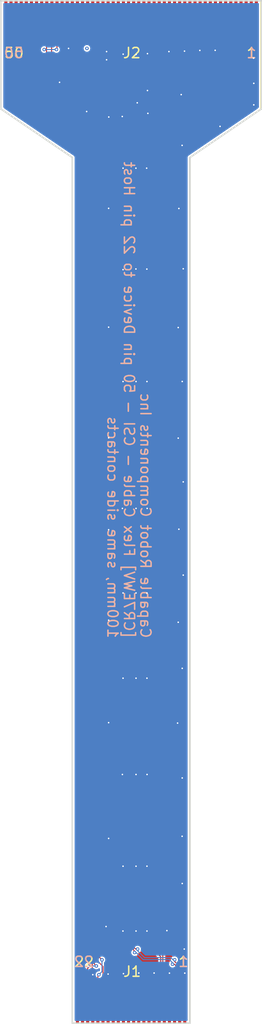
<source format=kicad_pcb>
(kicad_pcb (version 20171130) (host pcbnew "(5.1.8-0-10_14)")

  (general
    (thickness 0.2)
    (drawings 24)
    (tracks 346)
    (zones 0)
    (modules 2)
    (nets 47)
  )

  (page A3)
  (title_block
    (title "Antmicro Alvium flex CSI adapter")
    (rev 1.0.1)
    (comment 2 www.antmicro.com)
    (comment 3 "Antmicro Ltd.")
  )

  (layers
    (0 F.Cu signal)
    (31 B.Cu signal)
    (32 B.Adhes user hide)
    (33 F.Adhes user hide)
    (34 B.Paste user)
    (35 F.Paste user)
    (36 B.SilkS user)
    (37 F.SilkS user)
    (38 B.Mask user)
    (39 F.Mask user)
    (40 Dwgs.User user hide)
    (41 Cmts.User user hide)
    (42 Eco1.User user)
    (43 Eco2.User user)
    (44 Edge.Cuts user)
    (45 Margin user)
    (46 B.CrtYd user)
    (47 F.CrtYd user)
    (48 B.Fab user hide)
    (49 F.Fab user hide)
  )

  (setup
    (last_trace_width 0.1)
    (user_trace_width 0.1)
    (user_trace_width 0.2)
    (user_trace_width 0.3)
    (user_trace_width 0.5)
    (user_trace_width 1)
    (trace_clearance 0.1)
    (zone_clearance 0.2)
    (zone_45_only no)
    (trace_min 0.1)
    (via_size 0.35)
    (via_drill 0.15)
    (via_min_size 0.35)
    (via_min_drill 0.15)
    (uvia_size 0.35)
    (uvia_drill 0.15)
    (uvias_allowed no)
    (uvia_min_size 0.35)
    (uvia_min_drill 0.15)
    (edge_width 0.15)
    (segment_width 0.35)
    (pcb_text_width 0.3)
    (pcb_text_size 1.5 1.5)
    (mod_edge_width 0.15)
    (mod_text_size 1 1)
    (mod_text_width 0.15)
    (pad_size 0.2999 0.65)
    (pad_drill 0)
    (pad_to_mask_clearance 0.051)
    (solder_mask_min_width 0.25)
    (aux_axis_origin 0 0)
    (grid_origin 146.4 154.66)
    (visible_elements FFFFFF7F)
    (pcbplotparams
      (layerselection 0x010fc_ffffffff)
      (usegerberextensions false)
      (usegerberattributes false)
      (usegerberadvancedattributes false)
      (creategerberjobfile false)
      (excludeedgelayer true)
      (linewidth 0.100000)
      (plotframeref false)
      (viasonmask false)
      (mode 1)
      (useauxorigin false)
      (hpglpennumber 1)
      (hpglpenspeed 20)
      (hpglpendiameter 15.000000)
      (psnegative false)
      (psa4output false)
      (plotreference true)
      (plotvalue true)
      (plotinvisibletext false)
      (padsonsilk false)
      (subtractmaskfromsilk false)
      (outputformat 1)
      (mirror false)
      (drillshape 0)
      (scaleselection 1)
      (outputdirectory "Output/"))
  )

  (net 0 "")
  (net 1 "Net-(J2-Pad46)")
  (net 2 "Net-(J2-Pad45)")
  (net 3 "Net-(J2-Pad44)")
  (net 4 "Net-(J2-Pad43)")
  (net 5 "Net-(J2-Pad38)")
  (net 6 "Net-(J2-Pad37)")
  (net 7 "Net-(J2-Pad36)")
  (net 8 "Net-(J2-Pad35)")
  (net 9 "Net-(J2-Pad34)")
  (net 10 "Net-(J2-Pad31)")
  (net 11 "Net-(J2-Pad17)")
  (net 12 "Net-(J2-Pad16)")
  (net 13 "Net-(J2-Pad14)")
  (net 14 "Net-(J2-Pad13)")
  (net 15 "Net-(J2-Pad11)")
  (net 16 "Net-(J2-Pad10)")
  (net 17 "Net-(J2-Pad8)")
  (net 18 "Net-(J2-Pad7)")
  (net 19 "Net-(J2-Pad6)")
  (net 20 "Net-(J2-Pad5)")
  (net 21 "Net-(J2-Pad4)")
  (net 22 "Net-(J2-Pad3)")
  (net 23 "Net-(J2-Pad2)")
  (net 24 "Net-(J2-Pad1)")
  (net 25 /GND)
  (net 26 /CSI0_D0_P)
  (net 27 /CSI0_D0_N)
  (net 28 /CSI0_D1_P)
  (net 29 /CSI0_D1_N)
  (net 30 /CSI0_CLK_P)
  (net 31 /CSI0_CLK_N)
  (net 32 /SDA)
  (net 33 /SCL)
  (net 34 /IO1)
  (net 35 /3V)
  (net 36 "Net-(J2-Pad50)")
  (net 37 "Net-(J2-Pad49)")
  (net 38 "Net-(J2-Pad22)")
  (net 39 "Net-(J2-Pad21)")
  (net 40 "Net-(J2-Pad20)")
  (net 41 "Net-(J2-Pad19)")
  (net 42 /RST)
  (net 43 "Net-(J1-Pad11)")
  (net 44 "Net-(J1-Pad12)")
  (net 45 "Net-(J1-Pad14)")
  (net 46 "Net-(J1-Pad15)")

  (net_class Default "This is the default net class."
    (clearance 0.1)
    (trace_width 0.1)
    (via_dia 0.35)
    (via_drill 0.15)
    (uvia_dia 0.35)
    (uvia_drill 0.15)
    (diff_pair_width 0.1)
    (diff_pair_gap 0.1)
    (add_net /3V)
    (add_net /CSI0_CLK_N)
    (add_net /CSI0_CLK_P)
    (add_net /CSI0_D0_N)
    (add_net /CSI0_D0_P)
    (add_net /CSI0_D1_N)
    (add_net /CSI0_D1_P)
    (add_net /GND)
    (add_net /IO1)
    (add_net /RST)
    (add_net /SCL)
    (add_net /SDA)
    (add_net "Net-(J1-Pad11)")
    (add_net "Net-(J1-Pad12)")
    (add_net "Net-(J1-Pad14)")
    (add_net "Net-(J1-Pad15)")
    (add_net "Net-(J2-Pad1)")
    (add_net "Net-(J2-Pad10)")
    (add_net "Net-(J2-Pad11)")
    (add_net "Net-(J2-Pad13)")
    (add_net "Net-(J2-Pad14)")
    (add_net "Net-(J2-Pad16)")
    (add_net "Net-(J2-Pad17)")
    (add_net "Net-(J2-Pad19)")
    (add_net "Net-(J2-Pad2)")
    (add_net "Net-(J2-Pad20)")
    (add_net "Net-(J2-Pad21)")
    (add_net "Net-(J2-Pad22)")
    (add_net "Net-(J2-Pad3)")
    (add_net "Net-(J2-Pad31)")
    (add_net "Net-(J2-Pad34)")
    (add_net "Net-(J2-Pad35)")
    (add_net "Net-(J2-Pad36)")
    (add_net "Net-(J2-Pad37)")
    (add_net "Net-(J2-Pad38)")
    (add_net "Net-(J2-Pad4)")
    (add_net "Net-(J2-Pad43)")
    (add_net "Net-(J2-Pad44)")
    (add_net "Net-(J2-Pad45)")
    (add_net "Net-(J2-Pad46)")
    (add_net "Net-(J2-Pad49)")
    (add_net "Net-(J2-Pad5)")
    (add_net "Net-(J2-Pad50)")
    (add_net "Net-(J2-Pad6)")
    (add_net "Net-(J2-Pad7)")
    (add_net "Net-(J2-Pad8)")
  )

  (module antmicro-alvium-flex-csi-adapter-footprints:WE_687650100002_FLEX (layer F.Cu) (tedit 5E33F533) (tstamp 5FF35CB9)
    (at 150 66.75 180)
    (path /5FE0645A)
    (attr smd)
    (fp_text reference J2 (at -0.077 -3.048) (layer F.SilkS)
      (effects (font (size 1 1) (thickness 0.15)))
    )
    (fp_text value WE_687650100002_FLEX (at 0 3.65) (layer F.Fab)
      (effects (font (size 1 1) (thickness 0.15)))
    )
    (fp_line (start -12.75 -2) (end -12.75 2) (layer F.CrtYd) (width 0.05))
    (fp_line (start -12.75 2) (end 12.75 2) (layer F.CrtYd) (width 0.05))
    (fp_line (start 12.75 -2) (end 12.75 2) (layer F.CrtYd) (width 0.05))
    (fp_line (start -12.75 -2) (end 12.75 -2) (layer F.CrtYd) (width 0.05))
    (pad 50 smd rect (at 12.25 0 180) (size 0.3 4) (layers F.Cu F.Paste F.Mask)
      (net 36 "Net-(J2-Pad50)"))
    (pad 49 smd rect (at 11.75 0 180) (size 0.3 4) (layers F.Cu F.Paste F.Mask)
      (net 37 "Net-(J2-Pad49)"))
    (pad 48 smd rect (at 11.25 0 180) (size 0.3 4) (layers F.Cu F.Paste F.Mask)
      (net 35 /3V))
    (pad 47 smd rect (at 10.75 0 180) (size 0.3 4) (layers F.Cu F.Paste F.Mask)
      (net 35 /3V))
    (pad 46 smd rect (at 10.25 0 180) (size 0.3 4) (layers F.Cu F.Paste F.Mask)
      (net 1 "Net-(J2-Pad46)"))
    (pad 45 smd rect (at 9.75 0 180) (size 0.3 4) (layers F.Cu F.Paste F.Mask)
      (net 2 "Net-(J2-Pad45)"))
    (pad 44 smd rect (at 9.25 0 180) (size 0.3 4) (layers F.Cu F.Paste F.Mask)
      (net 3 "Net-(J2-Pad44)"))
    (pad 43 smd rect (at 8.75 0 180) (size 0.3 4) (layers F.Cu F.Paste F.Mask)
      (net 4 "Net-(J2-Pad43)"))
    (pad 42 smd rect (at 8.25 0 180) (size 0.3 4) (layers F.Cu F.Paste F.Mask)
      (net 33 /SCL))
    (pad 41 smd rect (at 7.75 0 180) (size 0.3 4) (layers F.Cu F.Paste F.Mask)
      (net 32 /SDA))
    (pad 40 smd rect (at 7.25 0 180) (size 0.3 4) (layers F.Cu F.Paste F.Mask)
      (net 33 /SCL))
    (pad 39 smd rect (at 6.75 0 180) (size 0.3 4) (layers F.Cu F.Paste F.Mask)
      (net 32 /SDA))
    (pad 38 smd rect (at 6.25 0 180) (size 0.3 4) (layers F.Cu F.Paste F.Mask)
      (net 5 "Net-(J2-Pad38)"))
    (pad 37 smd rect (at 5.75 0 180) (size 0.3 4) (layers F.Cu F.Paste F.Mask)
      (net 6 "Net-(J2-Pad37)"))
    (pad 36 smd rect (at 5.25 0 180) (size 0.3 4) (layers F.Cu F.Paste F.Mask)
      (net 7 "Net-(J2-Pad36)"))
    (pad 35 smd rect (at 4.75 0 180) (size 0.3 4) (layers F.Cu F.Paste F.Mask)
      (net 8 "Net-(J2-Pad35)"))
    (pad 34 smd rect (at 4.25 0 180) (size 0.3 4) (layers F.Cu F.Paste F.Mask)
      (net 9 "Net-(J2-Pad34)"))
    (pad 33 smd rect (at 3.75 0 180) (size 0.3 4) (layers F.Cu F.Paste F.Mask)
      (net 42 /RST))
    (pad 32 smd rect (at 3.25 0 180) (size 0.3 4) (layers F.Cu F.Paste F.Mask)
      (net 34 /IO1))
    (pad 31 smd rect (at 2.75 0 180) (size 0.3 4) (layers F.Cu F.Paste F.Mask)
      (net 10 "Net-(J2-Pad31)"))
    (pad 30 smd rect (at 2.25 0 180) (size 0.3 4) (layers F.Cu F.Paste F.Mask)
      (net 25 /GND))
    (pad 29 smd rect (at 1.75 0 180) (size 0.3 4) (layers F.Cu F.Paste F.Mask)
      (net 30 /CSI0_CLK_P))
    (pad 28 smd rect (at 1.25 0 180) (size 0.3 4) (layers F.Cu F.Paste F.Mask)
      (net 31 /CSI0_CLK_N))
    (pad 27 smd rect (at 0.75 0 180) (size 0.3 4) (layers F.Cu F.Paste F.Mask)
      (net 25 /GND))
    (pad 26 smd rect (at 0.25 0 180) (size 0.3 4) (layers F.Cu F.Paste F.Mask)
      (net 26 /CSI0_D0_P))
    (pad 25 smd rect (at -0.25 0 180) (size 0.3 4) (layers F.Cu F.Paste F.Mask)
      (net 27 /CSI0_D0_N))
    (pad 24 smd rect (at -0.75 0 180) (size 0.3 4) (layers F.Cu F.Paste F.Mask)
      (net 28 /CSI0_D1_P))
    (pad 23 smd rect (at -1.25 0 180) (size 0.3 4) (layers F.Cu F.Paste F.Mask)
      (net 29 /CSI0_D1_N))
    (pad 22 smd rect (at -1.75 0 180) (size 0.3 4) (layers F.Cu F.Paste F.Mask)
      (net 38 "Net-(J2-Pad22)"))
    (pad 21 smd rect (at -2.25 0 180) (size 0.3 4) (layers F.Cu F.Paste F.Mask)
      (net 39 "Net-(J2-Pad21)"))
    (pad 20 smd rect (at -2.75 0 180) (size 0.3 4) (layers F.Cu F.Paste F.Mask)
      (net 40 "Net-(J2-Pad20)"))
    (pad 19 smd rect (at -3.25 0 180) (size 0.3 4) (layers F.Cu F.Paste F.Mask)
      (net 41 "Net-(J2-Pad19)"))
    (pad 18 smd rect (at -3.75 0 180) (size 0.3 4) (layers F.Cu F.Paste F.Mask)
      (net 25 /GND))
    (pad 17 smd rect (at -4.25 0 180) (size 0.3 4) (layers F.Cu F.Paste F.Mask)
      (net 11 "Net-(J2-Pad17)"))
    (pad 16 smd rect (at -4.75 0 180) (size 0.3 4) (layers F.Cu F.Paste F.Mask)
      (net 12 "Net-(J2-Pad16)"))
    (pad 15 smd rect (at -5.25 0 180) (size 0.3 4) (layers F.Cu F.Paste F.Mask)
      (net 25 /GND))
    (pad 14 smd rect (at -5.75 0 180) (size 0.3 4) (layers F.Cu F.Paste F.Mask)
      (net 13 "Net-(J2-Pad14)"))
    (pad 13 smd rect (at -6.25 0 180) (size 0.3 4) (layers F.Cu F.Paste F.Mask)
      (net 14 "Net-(J2-Pad13)"))
    (pad 12 smd rect (at -6.75 0 180) (size 0.3 4) (layers F.Cu F.Paste F.Mask)
      (net 25 /GND))
    (pad 11 smd rect (at -7.25 0 180) (size 0.3 4) (layers F.Cu F.Paste F.Mask)
      (net 15 "Net-(J2-Pad11)"))
    (pad 10 smd rect (at -7.75 0 180) (size 0.3 4) (layers F.Cu F.Paste F.Mask)
      (net 16 "Net-(J2-Pad10)"))
    (pad 9 smd rect (at -8.25 0 180) (size 0.3 4) (layers F.Cu F.Paste F.Mask)
      (net 25 /GND))
    (pad 8 smd rect (at -8.75 0 180) (size 0.3 4) (layers F.Cu F.Paste F.Mask)
      (net 17 "Net-(J2-Pad8)"))
    (pad 7 smd rect (at -9.25 0 180) (size 0.3 4) (layers F.Cu F.Paste F.Mask)
      (net 18 "Net-(J2-Pad7)"))
    (pad 6 smd rect (at -9.75 0 180) (size 0.3 4) (layers F.Cu F.Paste F.Mask)
      (net 19 "Net-(J2-Pad6)"))
    (pad 5 smd rect (at -10.25 0 180) (size 0.3 4) (layers F.Cu F.Paste F.Mask)
      (net 20 "Net-(J2-Pad5)"))
    (pad 4 smd rect (at -10.75 0 180) (size 0.3 4) (layers F.Cu F.Paste F.Mask)
      (net 21 "Net-(J2-Pad4)"))
    (pad 3 smd rect (at -11.25 0 180) (size 0.3 4) (layers F.Cu F.Paste F.Mask)
      (net 22 "Net-(J2-Pad3)"))
    (pad 2 smd rect (at -11.75 0 180) (size 0.3 4) (layers F.Cu F.Paste F.Mask)
      (net 23 "Net-(J2-Pad2)"))
    (pad 1 smd rect (at -12.25 0 180) (size 0.3 4) (layers F.Cu F.Paste F.Mask)
      (net 24 "Net-(J2-Pad1)"))
  )

  (module antmicro-alvium-flex-csi-adapter-footprints:WE_687622100002_FLEX (layer F.Cu) (tedit 5E34019A) (tstamp 5FF3C3EA)
    (at 150.25 162.41 180)
    (path /5FF37B72)
    (attr smd)
    (fp_text reference J1 (at 0.15 2.95) (layer F.SilkS)
      (effects (font (size 1 1) (thickness 0.15)))
    )
    (fp_text value WE_687622100002_FLEX (at 0.5 3.15) (layer F.Fab)
      (effects (font (size 1 1) (thickness 0.15)))
    )
    (fp_line (start -5.5 -2.05) (end -5.5 1.95) (layer F.CrtYd) (width 0.05))
    (fp_line (start -5.5 1.95) (end 6 1.95) (layer F.CrtYd) (width 0.05))
    (fp_line (start 6 -2.05) (end 6 1.95) (layer F.CrtYd) (width 0.05))
    (fp_line (start -5.5 -2.05) (end 6 -2.05) (layer F.CrtYd) (width 0.05))
    (pad 1 smd rect (at -5 -0.05 180) (size 0.3 4) (layers F.Cu F.Paste F.Mask)
      (net 25 /GND))
    (pad 2 smd rect (at -4.5 -0.05 180) (size 0.3 4) (layers F.Cu F.Paste F.Mask)
      (net 27 /CSI0_D0_N))
    (pad 3 smd rect (at -4 -0.05 180) (size 0.3 4) (layers F.Cu F.Paste F.Mask)
      (net 26 /CSI0_D0_P))
    (pad 4 smd rect (at -3.5 -0.05 180) (size 0.3 4) (layers F.Cu F.Paste F.Mask)
      (net 25 /GND))
    (pad 5 smd rect (at -3 -0.05 180) (size 0.3 4) (layers F.Cu F.Paste F.Mask)
      (net 29 /CSI0_D1_N))
    (pad 6 smd rect (at -2.5 -0.05 180) (size 0.3 4) (layers F.Cu F.Paste F.Mask)
      (net 28 /CSI0_D1_P))
    (pad 7 smd rect (at -2 -0.05 180) (size 0.3 4) (layers F.Cu F.Paste F.Mask)
      (net 25 /GND))
    (pad 8 smd rect (at -1.5 -0.05 180) (size 0.3 4) (layers F.Cu F.Paste F.Mask)
      (net 31 /CSI0_CLK_N))
    (pad 9 smd rect (at -1 -0.05 180) (size 0.3 4) (layers F.Cu F.Paste F.Mask)
      (net 30 /CSI0_CLK_P))
    (pad 10 smd rect (at -0.5 -0.05 180) (size 0.3 4) (layers F.Cu F.Paste F.Mask)
      (net 25 /GND))
    (pad 11 smd rect (at 0 -0.05 180) (size 0.3 4) (layers F.Cu F.Paste F.Mask)
      (net 43 "Net-(J1-Pad11)"))
    (pad 12 smd rect (at 0.5 -0.05 180) (size 0.3 4) (layers F.Cu F.Paste F.Mask)
      (net 44 "Net-(J1-Pad12)"))
    (pad 13 smd rect (at 1 -0.05 180) (size 0.3 4) (layers F.Cu F.Paste F.Mask)
      (net 25 /GND))
    (pad 14 smd rect (at 1.5 -0.05 180) (size 0.3 4) (layers F.Cu F.Paste F.Mask)
      (net 45 "Net-(J1-Pad14)"))
    (pad 15 smd rect (at 2 -0.05 180) (size 0.3 4) (layers F.Cu F.Paste F.Mask)
      (net 46 "Net-(J1-Pad15)"))
    (pad 16 smd rect (at 2.5 -0.05 180) (size 0.3 4) (layers F.Cu F.Paste F.Mask)
      (net 25 /GND))
    (pad 17 smd rect (at 3 -0.05 180) (size 0.3 4) (layers F.Cu F.Paste F.Mask)
      (net 42 /RST))
    (pad 18 smd rect (at 3.5 -0.05 180) (size 0.3 4) (layers F.Cu F.Paste F.Mask)
      (net 34 /IO1))
    (pad 19 smd rect (at 4 -0.05 180) (size 0.3 4) (layers F.Cu F.Paste F.Mask)
      (net 25 /GND))
    (pad 20 smd rect (at 4.5 -0.05 180) (size 0.3 4) (layers F.Cu F.Paste F.Mask)
      (net 33 /SCL))
    (pad 21 smd rect (at 5 -0.05 180) (size 0.3 4) (layers F.Cu F.Paste F.Mask)
      (net 32 /SDA))
    (pad 22 smd rect (at 5.5 -0.05 180) (size 0.3 4) (layers F.Cu F.Paste F.Mask)
      (net 35 /3V))
  )

  (gr_line (start 137.25 75.25) (end 144.25 80) (layer Edge.Cuts) (width 0.15) (tstamp 5FF3C67D))
  (gr_line (start 155.75 80) (end 162.75 75.25) (layer Edge.Cuts) (width 0.15) (tstamp 5FF3C67C))
  (gr_text 1 (at 161.77 69.8) (layer B.SilkS) (tstamp 5FF350A4)
    (effects (font (size 1 1) (thickness 0.15)) (justify mirror))
  )
  (gr_text 50 (at 138.52 69.79) (layer B.SilkS) (tstamp 5FF3509B)
    (effects (font (size 1 1) (thickness 0.15)) (justify mirror))
  )
  (gr_text "Stiffener \nBOTTOM" (at 150.3 68.5) (layer B.Fab) (tstamp 5F36F47A)
    (effects (font (size 1 1) (thickness 0.15)))
  )
  (gr_text "Capable Robot Components Inc\n[CR7EWV] Flex Cable - CSI - 50 pin Device to 22 pin Host\n100mm, same side contacts" (at 149.8 127 270) (layer B.SilkS) (tstamp 5F882C45)
    (effects (font (size 1 1) (thickness 0.15)) (justify left mirror))
  )
  (gr_line (start 137.25 64.85) (end 162.65 64.85) (layer B.Fab) (width 0.2) (tstamp 5F882B53))
  (gr_line (start 137.25 74.054) (end 162.75 74.054) (layer B.Fab) (width 0.2) (tstamp 5F882B52))
  (gr_line (start 162.75 64.7) (end 162.75 75.25) (layer Edge.Cuts) (width 0.15) (tstamp 5F859845))
  (gr_line (start 137.25 64.7) (end 162.75 64.7) (layer Edge.Cuts) (width 0.15) (tstamp 5F859820))
  (gr_text 1 (at 155.12 158.5) (layer B.SilkS) (tstamp 5FF34F9F)
    (effects (font (size 1 1) (thickness 0.15)) (justify mirror))
  )
  (gr_text 22 (at 145.37 158.5) (layer B.SilkS) (tstamp 5FF3CC17)
    (effects (font (size 1 1) (thickness 0.15)) (justify mirror))
  )
  (gr_text 1 (at 161.784 69.798) (layer F.SilkS) (tstamp 5F36F4C4)
    (effects (font (size 1 1) (thickness 0.15)))
  )
  (gr_text 50 (at 138.55 69.798) (layer F.SilkS) (tstamp 5F36F4C3)
    (effects (font (size 1 1) (thickness 0.15)))
  )
  (gr_line (start 142 156.5) (end 158 156.5) (layer B.Fab) (width 0.15) (tstamp 5F36F479))
  (gr_line (start 155.71 164.5) (end 144.2 164.5) (layer B.Fab) (width 0.15) (tstamp 5F36F478))
  (gr_text 1 (at 155.11 158.5) (layer F.SilkS) (tstamp 5FF3CC12)
    (effects (font (size 1 1) (thickness 0.15)))
  )
  (gr_text 22 (at 145.4 158.5) (layer F.SilkS) (tstamp 5F36F45A)
    (effects (font (size 1 1) (thickness 0.15)))
  )
  (gr_line (start 137.25 64.7) (end 137.25 75.25) (layer Edge.Cuts) (width 0.15) (tstamp 5F36F3AC))
  (gr_line (start 144.25 164.5) (end 155.75 164.5) (layer Edge.Cuts) (width 0.15) (tstamp 5F36F302))
  (gr_line (start 144.25 164.5) (end 144.25 80) (layer Edge.Cuts) (width 0.15) (tstamp 5FEC0317))
  (gr_text "Stiffener \nBOTTOM" (at 150.05 160.75) (layer B.Fab) (tstamp 5FF3C613)
    (effects (font (size 1 1) (thickness 0.15)))
  )
  (gr_line (start 162.702 64.736) (end 162.702 75.286) (layer F.SilkS) (width 0.15) (tstamp 5F36F27D))
  (gr_line (start 155.75 164.5) (end 155.75 80) (layer Edge.Cuts) (width 0.15) (tstamp 5F36F24B))

  (via (at 145.68 69.35) (size 0.35) (drill 0.15) (layers F.Cu B.Cu) (net 0) (tstamp 5FF3CA6C))
  (via (at 146.25 159.76) (size 0.35) (drill 0.15) (layers F.Cu B.Cu) (net 25) (tstamp 5FF3C9BD))
  (segment (start 146.25 162.5315) (end 146.25 159.76) (width 0.2) (layer F.Cu) (net 25) (tstamp 5FF3C94F))
  (via (at 155.25 159.61) (size 0.35) (drill 0.15) (layers F.Cu B.Cu) (net 25) (tstamp 5FF3C94A))
  (segment (start 155.25 162.3815) (end 155.25 159.61) (width 0.2) (layer F.Cu) (net 25) (tstamp 5FF3C94F))
  (segment (start 153.75 162.3815) (end 153.75 159.61) (width 0.2) (layer F.Cu) (net 25) (tstamp 5FF3C6FC))
  (via (at 147.75 159.7) (size 0.35) (drill 0.15) (layers F.Cu B.Cu) (net 25) (tstamp 5FF3C6D5))
  (segment (start 147.75 162.4715) (end 147.75 159.7) (width 0.2) (layer F.Cu) (net 25) (tstamp 5FF3C9B5))
  (via (at 150.75 159.6) (size 0.35) (drill 0.15) (layers F.Cu B.Cu) (net 25) (tstamp 5FF3C6A0))
  (segment (start 150.75 162.4715) (end 150.75 159.7) (width 0.2) (layer F.Cu) (net 25) (tstamp 5FF3C6A7))
  (segment (start 148.95 154.4) (end 148.95 154.93) (width 0.24) (layer F.Cu) (net 25))
  (via (at 152.25 159.6) (size 0.35) (drill 0.15) (layers F.Cu B.Cu) (net 25) (tstamp 5FF3330A))
  (segment (start 152.25 162.4715) (end 152.25 159.7) (width 0.2) (layer F.Cu) (net 25) (tstamp 5FF3C7DF))
  (via (at 143.88 69.35) (size 0.35) (drill 0.15) (layers F.Cu B.Cu) (net 25) (tstamp 5F36F303))
  (via (at 150.6 74.66) (size 0.35) (drill 0.15) (layers F.Cu B.Cu) (net 25))
  (via (at 151.6 73.46) (size 0.35) (drill 0.15) (layers F.Cu B.Cu) (net 25))
  (via (at 143 72.66) (size 0.35) (drill 0.15) (layers F.Cu B.Cu) (net 25))
  (via (at 145.65 75.51) (size 0.35) (drill 0.15) (layers F.Cu B.Cu) (net 25))
  (via (at 161.9745 70.306) (size 0.35) (drill 0.15) (layers F.Cu B.Cu) (net 25))
  (via (at 154.9895 78.815) (size 0.35) (drill 0.15) (layers F.Cu B.Cu) (net 25))
  (via (at 153.7 69.66) (size 0.35) (drill 0.15) (layers F.Cu B.Cu) (net 25))
  (via (at 149.211 81.0375) (size 0.35) (drill 0.15) (layers F.Cu B.Cu) (net 25))
  (via (at 150.47 81.04) (size 0.35) (drill 0.15) (layers F.Cu B.Cu) (net 25))
  (via (at 151.52 81.04) (size 0.35) (drill 0.15) (layers F.Cu B.Cu) (net 25))
  (via (at 154.672 84.9745) (size 0.35) (drill 0.15) (layers F.Cu B.Cu) (net 25))
  (via (at 154.6085 96.595) (size 0.35) (drill 0.15) (layers F.Cu B.Cu) (net 25))
  (via (at 149.211 90.9435) (size 0.35) (drill 0.15) (layers F.Cu B.Cu) (net 25))
  (via (at 150.47 90.88) (size 0.35) (drill 0.15) (layers F.Cu B.Cu) (net 25))
  (via (at 151.54 90.89) (size 0.35) (drill 0.15) (layers F.Cu B.Cu) (net 25) (tstamp 5FF33E63))
  (via (at 149.211 101.8655) (size 0.35) (drill 0.15) (layers F.Cu B.Cu) (net 25))
  (via (at 150.481 101.8655) (size 0.35) (drill 0.15) (layers F.Cu B.Cu) (net 25))
  (via (at 151.55 101.8655) (size 0.35) (drill 0.15) (layers F.Cu B.Cu) (net 25) (tstamp 5FF33E6A))
  (via (at 154.6085 107.39) (size 0.35) (drill 0.15) (layers F.Cu B.Cu) (net 25))
  (via (at 149.1475 114.248) (size 0.35) (drill 0.15) (layers F.Cu B.Cu) (net 25))
  (via (at 150.481 114.248) (size 0.35) (drill 0.15) (layers F.Cu B.Cu) (net 25))
  (via (at 151.57 114.248) (size 0.35) (drill 0.15) (layers F.Cu B.Cu) (net 25))
  (via (at 154.672 116.28) (size 0.35) (drill 0.15) (layers F.Cu B.Cu) (net 25))
  (via (at 149.211 122.503) (size 0.35) (drill 0.15) (layers F.Cu B.Cu) (net 25))
  (via (at 150.481 122.503) (size 0.35) (drill 0.15) (layers F.Cu B.Cu) (net 25))
  (via (at 151.55 122.503) (size 0.35) (drill 0.15) (layers F.Cu B.Cu) (net 25))
  (via (at 154.6085 125.3605) (size 0.35) (drill 0.15) (layers F.Cu B.Cu) (net 25))
  (via (at 154.545 135.203) (size 0.35) (drill 0.15) (layers F.Cu B.Cu) (net 25))
  (via (at 149.211 130.8215) (size 0.35) (drill 0.15) (layers F.Cu B.Cu) (net 25))
  (via (at 150.481 130.8215) (size 0.35) (drill 0.15) (layers F.Cu B.Cu) (net 25))
  (via (at 151.55 130.82) (size 0.35) (drill 0.15) (layers F.Cu B.Cu) (net 25))
  (via (at 149.1475 140.2195) (size 0.35) (drill 0.15) (layers F.Cu B.Cu) (net 25))
  (via (at 150.481 140.2195) (size 0.35) (drill 0.15) (layers F.Cu B.Cu) (net 25))
  (via (at 151.56 140.2195) (size 0.35) (drill 0.15) (layers F.Cu B.Cu) (net 25))
  (via (at 154.9895 146.252) (size 0.35) (drill 0.15) (layers F.Cu B.Cu) (net 25))
  (via (at 153.5 155.46) (size 0.35) (drill 0.15) (layers F.Cu B.Cu) (net 25))
  (via (at 149.211 149.173) (size 0.35) (drill 0.15) (layers F.Cu B.Cu) (net 25))
  (via (at 150.481 149.173) (size 0.35) (drill 0.15) (layers F.Cu B.Cu) (net 25))
  (via (at 151.55 149.17) (size 0.35) (drill 0.15) (layers F.Cu B.Cu) (net 25))
  (via (at 149.2 155.5) (size 0.35) (drill 0.15) (layers F.Cu B.Cu) (net 25))
  (via (at 150.481 155.5) (size 0.35) (drill 0.15) (layers F.Cu B.Cu) (net 25))
  (via (at 151.55 155.5) (size 0.35) (drill 0.15) (layers F.Cu B.Cu) (net 25))
  (via (at 147.814 76.0464) (size 0.35) (drill 0.15) (layers F.Cu B.Cu) (net 25))
  (via (at 149.1348 75.9956) (size 0.35) (drill 0.15) (layers F.Cu B.Cu) (net 25))
  (via (at 147.8 146.46) (size 0.35) (drill 0.15) (layers F.Cu B.Cu) (net 25))
  (via (at 147.8 135.16) (size 0.35) (drill 0.15) (layers F.Cu B.Cu) (net 25))
  (via (at 147.8 125.16) (size 0.35) (drill 0.15) (layers F.Cu B.Cu) (net 25))
  (via (at 147.8 116.3308) (size 0.35) (drill 0.15) (layers F.Cu B.Cu) (net 25))
  (via (at 147.8 107.36) (size 0.35) (drill 0.15) (layers F.Cu B.Cu) (net 25))
  (via (at 147.8 96.56) (size 0.35) (drill 0.15) (layers F.Cu B.Cu) (net 25))
  (via (at 147.8 84.96) (size 0.35) (drill 0.15) (layers F.Cu B.Cu) (net 25))
  (segment (start 153.723 66.75) (end 153.723 69.467) (width 0.3) (layer F.Cu) (net 25) (tstamp 5F36F2A1) (status 10))
  (segment (start 147.723 66.75) (end 147.723 69.385) (width 0.3) (layer F.Cu) (net 25) (tstamp 5F36F3E4) (status 10))
  (via (at 149.25 159.66) (size 0.35) (drill 0.15) (layers F.Cu B.Cu) (net 25))
  (segment (start 149.223 69.913) (end 149.223 70.3575) (width 0.5) (layer F.Cu) (net 25) (tstamp 5F37C448))
  (via (at 149.223 69.913) (size 0.35) (drill 0.15) (layers F.Cu B.Cu) (net 25))
  (segment (start 149.223 66.9285) (end 149.223 69.913) (width 0.3) (layer F.Cu) (net 25) (status 10))
  (segment (start 149.223 66.75) (end 149.223 66.9285) (width 0.3) (layer F.Cu) (net 25) (status 30))
  (via (at 147.6 69.66) (size 0.35) (drill 0.15) (layers F.Cu B.Cu) (net 25))
  (segment (start 149.25 162.4715) (end 149.25 159.7) (width 0.2) (layer F.Cu) (net 25))
  (segment (start 150.55 144.65) (end 149.45 144.65) (width 0.5) (layer B.Cu) (net 25))
  (segment (start 150.55 144.65) (end 150.55 145.55) (width 0.5) (layer B.Cu) (net 25))
  (segment (start 150.55 144.65) (end 151.45 144.65) (width 0.5) (layer B.Cu) (net 25))
  (via (at 147.55 155.06) (size 0.35) (drill 0.15) (layers F.Cu B.Cu) (net 25))
  (via (at 155.223 69.615) (size 0.35) (drill 0.15) (layers F.Cu B.Cu) (net 25))
  (segment (start 155.223 66.75) (end 155.223 69.615) (width 0.3) (layer F.Cu) (net 25) (tstamp 5F36F2A0) (status 10))
  (via (at 156.723 69.547) (size 0.35) (drill 0.15) (layers F.Cu B.Cu) (net 25))
  (segment (start 156.723 66.75) (end 156.723 69.547) (width 0.3) (layer F.Cu) (net 25) (tstamp 5F36F3FD) (status 10))
  (via (at 158.223 69.53701) (size 0.35) (drill 0.15) (layers F.Cu B.Cu) (net 25))
  (segment (start 158.223 69.877) (end 158.223 69.53701) (width 0.3) (layer F.Cu) (net 25))
  (segment (start 158.223 66.75) (end 158.223 69.53701) (width 0.3) (layer F.Cu) (net 25))
  (via (at 154.9 73.86) (size 0.35) (drill 0.15) (layers F.Cu B.Cu) (net 25))
  (via (at 162 72.76) (size 0.35) (drill 0.15) (layers F.Cu B.Cu) (net 25))
  (via (at 162 74.86) (size 0.35) (drill 0.15) (layers F.Cu B.Cu) (net 25))
  (via (at 158.7 76.96) (size 0.35) (drill 0.15) (layers F.Cu B.Cu) (net 25))
  (via (at 155.1 90.86) (size 0.35) (drill 0.15) (layers F.Cu B.Cu) (net 25))
  (via (at 155 101.86) (size 0.35) (drill 0.15) (layers F.Cu B.Cu) (net 25))
  (via (at 155.1 111.66) (size 0.35) (drill 0.15) (layers F.Cu B.Cu) (net 25))
  (via (at 155.1 120.76) (size 0.35) (drill 0.15) (layers F.Cu B.Cu) (net 25) (tstamp 5FF3CC54))
  (via (at 155 129.86) (size 0.35) (drill 0.15) (layers F.Cu B.Cu) (net 25))
  (via (at 155 140.56) (size 0.35) (drill 0.15) (layers F.Cu B.Cu) (net 25))
  (via (at 155 150.86) (size 0.35) (drill 0.15) (layers F.Cu B.Cu) (net 25))
  (via (at 150.49 69.94) (size 0.35) (drill 0.15) (layers F.Cu B.Cu) (net 25))
  (via (at 147.6 70.46) (size 0.35) (drill 0.15) (layers F.Cu B.Cu) (net 25))
  (via (at 151.6 69.86) (size 0.35) (drill 0.15) (layers F.Cu B.Cu) (net 25))
  (via (at 153.75 159.61) (size 0.35) (drill 0.15) (layers F.Cu B.Cu) (net 25))
  (via (at 155.2 157.26) (size 0.35) (drill 0.15) (layers F.Cu B.Cu) (net 25))
  (via (at 151.64 75.69) (size 0.35) (drill 0.15) (layers F.Cu B.Cu) (net 25))
  (via (at 154.05 158.74) (size 0.35) (drill 0.15) (layers F.Cu B.Cu) (net 26))
  (via (at 150.34 157.6) (size 0.35) (drill 0.15) (layers F.Cu B.Cu) (net 26))
  (segment (start 149.723 66.75) (end 149.75 66.75) (width 0.1) (layer F.Cu) (net 26))
  (segment (start 150.34 157.45) (end 150.34 157.6) (width 0.1) (layer F.Cu) (net 26))
  (segment (start 149.89 157) (end 150.34 157.45) (width 0.1) (layer F.Cu) (net 26))
  (segment (start 149.89 69.43) (end 149.89 157) (width 0.1) (layer F.Cu) (net 26))
  (segment (start 149.75 69.29) (end 149.89 69.43) (width 0.1) (layer F.Cu) (net 26))
  (segment (start 149.75 66.75) (end 149.75 69.29) (width 0.1) (layer F.Cu) (net 26))
  (segment (start 151.18 158.29) (end 150.49 157.6) (width 0.1) (layer B.Cu) (net 26))
  (segment (start 153.75 158.29) (end 151.18 158.29) (width 0.1) (layer B.Cu) (net 26))
  (segment (start 154.05 158.59) (end 153.75 158.29) (width 0.1) (layer B.Cu) (net 26))
  (segment (start 150.49 157.6) (end 150.34 157.6) (width 0.1) (layer B.Cu) (net 26))
  (segment (start 154.05 158.74) (end 154.05 158.59) (width 0.1) (layer B.Cu) (net 26))
  (segment (start 154.4 160.06) (end 154.25 160.21) (width 0.1) (layer F.Cu) (net 26))
  (segment (start 154.4 158.901422) (end 154.4 160.06) (width 0.1) (layer F.Cu) (net 26))
  (segment (start 154.25 160.21) (end 154.25 162.46) (width 0.1) (layer F.Cu) (net 26))
  (segment (start 154.238578 158.74) (end 154.4 158.901422) (width 0.1) (layer F.Cu) (net 26))
  (segment (start 154.05 158.74) (end 154.238578 158.74) (width 0.1) (layer F.Cu) (net 26))
  (via (at 154.2591 158.3009) (size 0.35) (drill 0.15) (layers F.Cu B.Cu) (net 27))
  (via (at 150.635721 157.260795) (size 0.35) (drill 0.15) (layers F.Cu B.Cu) (net 27))
  (segment (start 150.450795 157.260795) (end 150.635721 157.260795) (width 0.1) (layer F.Cu) (net 27))
  (segment (start 150.090011 69.429989) (end 150.090011 156.900011) (width 0.1) (layer F.Cu) (net 27))
  (segment (start 150.223 69.297) (end 150.090011 69.429989) (width 0.1) (layer F.Cu) (net 27))
  (segment (start 150.090011 156.900011) (end 150.450795 157.260795) (width 0.1) (layer F.Cu) (net 27))
  (segment (start 150.223 66.75) (end 150.223 69.297) (width 0.1) (layer F.Cu) (net 27))
  (segment (start 151.3 158.09) (end 150.635721 157.425721) (width 0.1) (layer B.Cu) (net 27))
  (segment (start 150.635721 157.425721) (end 150.635721 157.260795) (width 0.1) (layer B.Cu) (net 27))
  (segment (start 154.0909 158.3009) (end 153.88 158.09) (width 0.1) (layer B.Cu) (net 27))
  (segment (start 153.88 158.09) (end 151.3 158.09) (width 0.1) (layer B.Cu) (net 27))
  (segment (start 154.2591 158.3009) (end 154.0909 158.3009) (width 0.1) (layer B.Cu) (net 27))
  (segment (start 154.6 158.818578) (end 154.2591 158.477678) (width 0.1) (layer F.Cu) (net 27))
  (segment (start 154.6 160.06) (end 154.6 158.818578) (width 0.1) (layer F.Cu) (net 27))
  (segment (start 154.2591 158.477678) (end 154.2591 158.3009) (width 0.1) (layer F.Cu) (net 27))
  (segment (start 154.75 160.21) (end 154.6 160.06) (width 0.1) (layer F.Cu) (net 27))
  (segment (start 154.75 162.46) (end 154.75 160.21) (width 0.1) (layer F.Cu) (net 27))
  (segment (start 152.348867 74.836094) (end 152.390337 74.831421) (width 0.1) (layer F.Cu) (net 28))
  (segment (start 152.530559 74.691199) (end 152.535232 74.649729) (width 0.1) (layer F.Cu) (net 28))
  (segment (start 152.75 162.46) (end 152.75 160.21) (width 0.1) (layer F.Cu) (net 28))
  (segment (start 151.019738 74.378336) (end 150.958027 74.316625) (width 0.1) (layer F.Cu) (net 28))
  (segment (start 152.516776 74.730589) (end 152.530559 74.691199) (width 0.1) (layer F.Cu) (net 28))
  (segment (start 150.723 69.253) (end 150.723 66.75) (width 0.1) (layer F.Cu) (net 28))
  (segment (start 150.882771 74.160354) (end 150.873 74.07363) (width 0.1) (layer F.Cu) (net 28))
  (segment (start 151.093634 74.424768) (end 151.019738 74.378336) (width 0.1) (layer F.Cu) (net 28))
  (segment (start 151.262733 74.463364) (end 151.176009 74.453592) (width 0.1) (layer F.Cu) (net 28))
  (segment (start 150.911595 74.242729) (end 150.882771 74.160354) (width 0.1) (layer F.Cu) (net 28))
  (segment (start 152.348867 74.463364) (end 151.262733 74.463364) (width 0.1) (layer F.Cu) (net 28))
  (segment (start 152.494573 74.533532) (end 152.465063 74.504022) (width 0.1) (layer F.Cu) (net 28))
  (segment (start 151.093634 74.874689) (end 151.176009 74.845865) (width 0.1) (layer F.Cu) (net 28))
  (segment (start 152.516776 74.568868) (end 152.494573 74.533532) (width 0.1) (layer F.Cu) (net 28))
  (segment (start 150.882771 75.139103) (end 150.911595 75.056728) (width 0.1) (layer F.Cu) (net 28))
  (segment (start 150.958027 74.982832) (end 151.019738 74.921121) (width 0.1) (layer F.Cu) (net 28))
  (segment (start 152.530559 74.608258) (end 152.516776 74.568868) (width 0.1) (layer F.Cu) (net 28))
  (segment (start 152.9 158.02) (end 150.873 155.993) (width 0.1) (layer F.Cu) (net 28))
  (segment (start 152.9 160.06) (end 152.9 158.02) (width 0.1) (layer F.Cu) (net 28))
  (segment (start 152.494573 74.765925) (end 152.516776 74.730589) (width 0.1) (layer F.Cu) (net 28))
  (segment (start 152.429727 74.481819) (end 152.390337 74.468036) (width 0.1) (layer F.Cu) (net 28))
  (segment (start 152.390337 74.831421) (end 152.429727 74.817638) (width 0.1) (layer F.Cu) (net 28))
  (segment (start 152.535232 74.649729) (end 152.530559 74.608258) (width 0.1) (layer F.Cu) (net 28))
  (segment (start 150.873 155.993) (end 150.873 75.225827) (width 0.1) (layer F.Cu) (net 28))
  (segment (start 150.911595 75.056728) (end 150.958027 74.982832) (width 0.1) (layer F.Cu) (net 28))
  (segment (start 152.390337 74.468036) (end 152.348867 74.463364) (width 0.1) (layer F.Cu) (net 28))
  (segment (start 151.262733 74.836094) (end 152.348867 74.836094) (width 0.1) (layer F.Cu) (net 28))
  (segment (start 150.873 69.403) (end 150.723 69.253) (width 0.1) (layer F.Cu) (net 28))
  (segment (start 152.75 160.21) (end 152.9 160.06) (width 0.1) (layer F.Cu) (net 28))
  (segment (start 150.873 75.225827) (end 150.882771 75.139103) (width 0.1) (layer F.Cu) (net 28))
  (segment (start 150.873 74.07363) (end 150.873 69.403) (width 0.1) (layer F.Cu) (net 28))
  (segment (start 152.465063 74.795435) (end 152.494573 74.765925) (width 0.1) (layer F.Cu) (net 28))
  (segment (start 151.176009 74.845865) (end 151.262733 74.836094) (width 0.1) (layer F.Cu) (net 28))
  (segment (start 150.958027 74.316625) (end 150.911595 74.242729) (width 0.1) (layer F.Cu) (net 28))
  (segment (start 152.429727 74.817638) (end 152.465063 74.795435) (width 0.1) (layer F.Cu) (net 28))
  (segment (start 151.176009 74.453592) (end 151.093634 74.424768) (width 0.1) (layer F.Cu) (net 28))
  (segment (start 151.019738 74.921121) (end 151.093634 74.874689) (width 0.1) (layer F.Cu) (net 28))
  (segment (start 152.465063 74.504022) (end 152.429727 74.481819) (width 0.1) (layer F.Cu) (net 28))
  (segment (start 151.24 66.767) (end 151.223 66.75) (width 0.1) (layer F.Cu) (net 29))
  (segment (start 151.100271 69.409729) (end 151.24 69.27) (width 0.1) (layer F.Cu) (net 29))
  (segment (start 151.10027 74.049729) (end 151.100271 72.816564) (width 0.1) (layer F.Cu) (net 29))
  (segment (start 151.104942 74.091199) (end 151.10027 74.049729) (width 0.1) (layer F.Cu) (net 29))
  (segment (start 151.100271 72.816564) (end 151.100271 69.409729) (width 0.1) (layer F.Cu) (net 29))
  (segment (start 151.205774 74.217638) (end 151.170438 74.195435) (width 0.1) (layer F.Cu) (net 29))
  (segment (start 152.372768 74.236094) (end 151.286635 74.236094) (width 0.1) (layer F.Cu) (net 29))
  (segment (start 152.541867 74.274689) (end 152.459492 74.245865) (width 0.1) (layer F.Cu) (net 29))
  (segment (start 152.615763 74.321121) (end 152.541867 74.274689) (width 0.1) (layer F.Cu) (net 29))
  (segment (start 152.723906 74.456728) (end 152.677474 74.382832) (width 0.1) (layer F.Cu) (net 29))
  (segment (start 152.75273 74.539103) (end 152.723906 74.456728) (width 0.1) (layer F.Cu) (net 29))
  (segment (start 152.762502 74.67363) (end 152.762502 74.625827) (width 0.1) (layer F.Cu) (net 29))
  (segment (start 152.723906 74.842729) (end 152.75273 74.760354) (width 0.1) (layer F.Cu) (net 29))
  (segment (start 152.762502 74.625827) (end 152.75273 74.539103) (width 0.1) (layer F.Cu) (net 29))
  (segment (start 152.677474 74.916625) (end 152.723906 74.842729) (width 0.1) (layer F.Cu) (net 29))
  (segment (start 152.541867 75.024768) (end 152.615763 74.978336) (width 0.1) (layer F.Cu) (net 29))
  (segment (start 152.372768 75.063364) (end 152.459492 75.053592) (width 0.1) (layer F.Cu) (net 29))
  (segment (start 151.286635 75.063364) (end 152.372768 75.063364) (width 0.1) (layer F.Cu) (net 29))
  (segment (start 151.245164 74.231421) (end 151.205774 74.217638) (width 0.1) (layer F.Cu) (net 29))
  (segment (start 151.245164 75.068036) (end 151.286635 75.063364) (width 0.1) (layer F.Cu) (net 29))
  (segment (start 151.205774 75.081819) (end 151.245164 75.068036) (width 0.1) (layer F.Cu) (net 29))
  (segment (start 151.140928 75.133532) (end 151.170438 75.104022) (width 0.1) (layer F.Cu) (net 29))
  (segment (start 151.170438 74.195435) (end 151.140928 74.165925) (width 0.1) (layer F.Cu) (net 29))
  (segment (start 151.10027 75.249729) (end 151.104942 75.208258) (width 0.1) (layer F.Cu) (net 29))
  (segment (start 151.100271 155.870271) (end 151.10027 75.249729) (width 0.1) (layer F.Cu) (net 29))
  (segment (start 153.1 157.87) (end 151.100271 155.870271) (width 0.1) (layer F.Cu) (net 29))
  (segment (start 153.25 160.21) (end 153.1 160.06) (width 0.1) (layer F.Cu) (net 29))
  (segment (start 151.170438 75.104022) (end 151.205774 75.081819) (width 0.1) (layer F.Cu) (net 29))
  (segment (start 151.118725 75.168868) (end 151.140928 75.133532) (width 0.1) (layer F.Cu) (net 29))
  (segment (start 151.24 69.27) (end 151.24 66.767) (width 0.1) (layer F.Cu) (net 29))
  (segment (start 153.25 162.46) (end 153.25 160.21) (width 0.1) (layer F.Cu) (net 29))
  (segment (start 152.615763 74.978336) (end 152.677474 74.916625) (width 0.1) (layer F.Cu) (net 29))
  (segment (start 151.104942 75.208258) (end 151.118725 75.168868) (width 0.1) (layer F.Cu) (net 29))
  (segment (start 151.118725 74.130589) (end 151.104942 74.091199) (width 0.1) (layer F.Cu) (net 29))
  (segment (start 153.1 160.06) (end 153.1 157.87) (width 0.1) (layer F.Cu) (net 29))
  (segment (start 151.286635 74.236094) (end 151.245164 74.231421) (width 0.1) (layer F.Cu) (net 29))
  (segment (start 152.677474 74.382832) (end 152.615763 74.321121) (width 0.1) (layer F.Cu) (net 29))
  (segment (start 152.75273 74.760354) (end 152.762502 74.67363) (width 0.1) (layer F.Cu) (net 29))
  (segment (start 151.140928 74.165925) (end 151.118725 74.130589) (width 0.1) (layer F.Cu) (net 29))
  (segment (start 152.459492 75.053592) (end 152.541867 75.024768) (width 0.1) (layer F.Cu) (net 29))
  (segment (start 152.459492 74.245865) (end 152.372768 74.236094) (width 0.1) (layer F.Cu) (net 29))
  (segment (start 147.67451 72.604775) (end 147.74597 72.649676) (width 0.1) (layer F.Cu) (net 30))
  (segment (start 151.25 160.21) (end 151.25 162.46) (width 0.1) (layer F.Cu) (net 30))
  (segment (start 147.614833 72.028901) (end 147.569932 72.100361) (width 0.1) (layer F.Cu) (net 30))
  (segment (start 148.373 158.474422) (end 148.908578 159.01) (width 0.1) (layer F.Cu) (net 30))
  (segment (start 148.373 72.887) (end 148.373 158.474422) (width 0.1) (layer F.Cu) (net 30))
  (segment (start 148.353193 72.800223) (end 148.367985 72.842495) (width 0.1) (layer F.Cu) (net 30))
  (segment (start 148.259776 72.706806) (end 148.297697 72.730633) (width 0.1) (layer F.Cu) (net 30))
  (segment (start 148.173 72.687) (end 148.217504 72.692014) (width 0.1) (layer F.Cu) (net 30))
  (segment (start 147.909495 72.687) (end 148.173 72.687) (width 0.1) (layer F.Cu) (net 30))
  (segment (start 147.82563 72.67755) (end 147.909495 72.687) (width 0.1) (layer F.Cu) (net 30))
  (segment (start 147.532609 72.263886) (end 147.532609 72.310113) (width 0.1) (layer F.Cu) (net 30))
  (segment (start 147.614833 72.545098) (end 147.67451 72.604775) (width 0.1) (layer F.Cu) (net 30))
  (segment (start 148.373 71.687) (end 148.367985 71.731504) (width 0.1) (layer F.Cu) (net 30))
  (segment (start 148.223 66.75) (end 148.223 69.173) (width 0.1) (layer F.Cu) (net 30))
  (segment (start 147.74597 71.924323) (end 147.67451 71.969224) (width 0.1) (layer F.Cu) (net 30))
  (segment (start 147.569932 72.473638) (end 147.614833 72.545098) (width 0.1) (layer F.Cu) (net 30))
  (segment (start 151.008578 159.01) (end 151.4 159.401422) (width 0.1) (layer F.Cu) (net 30))
  (segment (start 148.217504 71.881985) (end 148.173 71.887) (width 0.1) (layer F.Cu) (net 30))
  (segment (start 147.542058 72.180021) (end 147.532609 72.263886) (width 0.1) (layer F.Cu) (net 30))
  (segment (start 148.217504 72.692014) (end 148.259776 72.706806) (width 0.1) (layer F.Cu) (net 30))
  (segment (start 148.367985 71.731504) (end 148.353193 71.773776) (width 0.1) (layer F.Cu) (net 30))
  (segment (start 148.329366 72.762302) (end 148.353193 72.800223) (width 0.1) (layer F.Cu) (net 30))
  (segment (start 148.297697 72.730633) (end 148.329366 72.762302) (width 0.1) (layer F.Cu) (net 30))
  (segment (start 147.569932 72.100361) (end 147.542058 72.180021) (width 0.1) (layer F.Cu) (net 30))
  (segment (start 147.67451 71.969224) (end 147.614833 72.028901) (width 0.1) (layer F.Cu) (net 30))
  (segment (start 147.82563 71.896449) (end 147.74597 71.924323) (width 0.1) (layer F.Cu) (net 30))
  (segment (start 148.353193 71.773776) (end 148.329366 71.811697) (width 0.1) (layer F.Cu) (net 30))
  (segment (start 147.909495 71.887) (end 147.82563 71.896449) (width 0.1) (layer F.Cu) (net 30))
  (segment (start 151.4 160.06) (end 151.25 160.21) (width 0.1) (layer F.Cu) (net 30))
  (segment (start 148.329366 71.811697) (end 148.297697 71.843366) (width 0.1) (layer F.Cu) (net 30))
  (segment (start 148.908578 159.01) (end 151.008578 159.01) (width 0.1) (layer F.Cu) (net 30))
  (segment (start 147.542058 72.393978) (end 147.569932 72.473638) (width 0.1) (layer F.Cu) (net 30))
  (segment (start 148.259776 71.867193) (end 148.217504 71.881985) (width 0.1) (layer F.Cu) (net 30))
  (segment (start 151.4 159.401422) (end 151.4 160.06) (width 0.1) (layer F.Cu) (net 30))
  (segment (start 148.297697 71.843366) (end 148.259776 71.867193) (width 0.1) (layer F.Cu) (net 30))
  (segment (start 148.367985 72.842495) (end 148.373 72.887) (width 0.1) (layer F.Cu) (net 30))
  (segment (start 148.373 69.323) (end 148.373 71.687) (width 0.1) (layer F.Cu) (net 30))
  (segment (start 147.74597 72.649676) (end 147.82563 72.67755) (width 0.1) (layer F.Cu) (net 30))
  (segment (start 148.173 71.887) (end 147.909495 71.887) (width 0.1) (layer F.Cu) (net 30))
  (segment (start 147.532609 72.310113) (end 147.542058 72.393978) (width 0.1) (layer F.Cu) (net 30))
  (segment (start 148.223 69.173) (end 148.373 69.323) (width 0.1) (layer F.Cu) (net 30))
  (segment (start 151.75 160.21) (end 151.75 162.46) (width 0.1) (layer F.Cu) (net 31))
  (segment (start 148.991422 158.81) (end 151.091422 158.81) (width 0.1) (layer F.Cu) (net 31))
  (segment (start 148.573 158.391578) (end 148.991422 158.81) (width 0.1) (layer F.Cu) (net 31))
  (segment (start 148.573 72.863886) (end 148.573 158.391578) (width 0.1) (layer F.Cu) (net 31))
  (segment (start 148.535676 72.700361) (end 148.56355 72.780021) (width 0.1) (layer F.Cu) (net 31))
  (segment (start 148.431098 72.569224) (end 148.490775 72.628901) (width 0.1) (layer F.Cu) (net 31))
  (segment (start 148.56355 72.780021) (end 148.573 72.863886) (width 0.1) (layer F.Cu) (net 31))
  (segment (start 148.279978 72.496449) (end 148.359638 72.524323) (width 0.1) (layer F.Cu) (net 31))
  (segment (start 148.196113 72.487) (end 148.279978 72.496449) (width 0.1) (layer F.Cu) (net 31))
  (segment (start 147.888104 72.481985) (end 147.932609 72.487) (width 0.1) (layer F.Cu) (net 31))
  (segment (start 147.776242 72.411697) (end 147.807911 72.443366) (width 0.1) (layer F.Cu) (net 31))
  (segment (start 147.752415 72.373776) (end 147.776242 72.411697) (width 0.1) (layer F.Cu) (net 31))
  (segment (start 147.732609 72.287) (end 147.737623 72.331504) (width 0.1) (layer F.Cu) (net 31))
  (segment (start 147.845832 72.106806) (end 147.807911 72.130633) (width 0.1) (layer F.Cu) (net 31))
  (segment (start 148.196113 72.087) (end 147.932609 72.087) (width 0.1) (layer F.Cu) (net 31))
  (segment (start 148.279978 72.07755) (end 148.196113 72.087) (width 0.1) (layer F.Cu) (net 31))
  (segment (start 148.359638 72.049676) (end 148.279978 72.07755) (width 0.1) (layer F.Cu) (net 31))
  (segment (start 148.431098 72.004775) (end 148.359638 72.049676) (width 0.1) (layer F.Cu) (net 31))
  (segment (start 148.490775 71.945098) (end 148.431098 72.004775) (width 0.1) (layer F.Cu) (net 31))
  (segment (start 148.56355 71.793978) (end 148.535676 71.873638) (width 0.1) (layer F.Cu) (net 31))
  (segment (start 147.932609 72.087) (end 147.888104 72.092014) (width 0.1) (layer F.Cu) (net 31))
  (segment (start 148.723 69.207) (end 148.573 69.357) (width 0.1) (layer F.Cu) (net 31))
  (segment (start 147.932609 72.487) (end 148.196113 72.487) (width 0.1) (layer F.Cu) (net 31))
  (segment (start 151.6 159.318578) (end 151.6 160.06) (width 0.1) (layer F.Cu) (net 31))
  (segment (start 147.845832 72.467193) (end 147.888104 72.481985) (width 0.1) (layer F.Cu) (net 31))
  (segment (start 147.807911 72.443366) (end 147.845832 72.467193) (width 0.1) (layer F.Cu) (net 31))
  (segment (start 147.737623 72.331504) (end 147.752415 72.373776) (width 0.1) (layer F.Cu) (net 31))
  (segment (start 147.752415 72.200223) (end 147.737623 72.242495) (width 0.1) (layer F.Cu) (net 31))
  (segment (start 148.359638 72.524323) (end 148.431098 72.569224) (width 0.1) (layer F.Cu) (net 31))
  (segment (start 148.573 71.710113) (end 148.56355 71.793978) (width 0.1) (layer F.Cu) (net 31))
  (segment (start 151.091422 158.81) (end 151.6 159.318578) (width 0.1) (layer F.Cu) (net 31))
  (segment (start 147.807911 72.130633) (end 147.776242 72.162302) (width 0.1) (layer F.Cu) (net 31))
  (segment (start 147.776242 72.162302) (end 147.752415 72.200223) (width 0.1) (layer F.Cu) (net 31))
  (segment (start 148.490775 72.628901) (end 148.535676 72.700361) (width 0.1) (layer F.Cu) (net 31))
  (segment (start 148.573 69.357) (end 148.573 71.710113) (width 0.1) (layer F.Cu) (net 31))
  (segment (start 151.6 160.06) (end 151.75 160.21) (width 0.1) (layer F.Cu) (net 31))
  (segment (start 147.888104 72.092014) (end 147.845832 72.106806) (width 0.1) (layer F.Cu) (net 31))
  (segment (start 148.535676 71.873638) (end 148.490775 71.945098) (width 0.1) (layer F.Cu) (net 31))
  (segment (start 148.723 66.75) (end 148.723 69.207) (width 0.1) (layer F.Cu) (net 31))
  (segment (start 147.737623 72.242495) (end 147.732609 72.287) (width 0.1) (layer F.Cu) (net 31))
  (segment (start 143.25 66.75) (end 143.25 69.71) (width 0.1) (layer F.Cu) (net 32))
  (segment (start 142.923 70.037) (end 142.223 70.037) (width 0.1) (layer F.Cu) (net 32))
  (segment (start 143.25 69.71) (end 142.923 70.037) (width 0.1) (layer F.Cu) (net 32))
  (segment (start 142.223 70.037) (end 142.223 66.75) (width 0.1) (layer F.Cu) (net 32))
  (via (at 145.8 158.91) (size 0.35) (drill 0.15) (layers F.Cu B.Cu) (net 32))
  (segment (start 145.8 158.91) (end 146.6 158.91) (width 0.1) (layer B.Cu) (net 32))
  (via (at 146.6 158.91) (size 0.35) (drill 0.15) (layers F.Cu B.Cu) (net 32))
  (segment (start 145.25 159.66) (end 145.8 159.11) (width 0.1) (layer F.Cu) (net 32))
  (segment (start 145.8 159.11) (end 145.8 158.91) (width 0.1) (layer F.Cu) (net 32))
  (segment (start 145.25 162.46) (end 145.25 159.66) (width 0.1) (layer F.Cu) (net 32))
  (segment (start 146.399989 158.709989) (end 146.399989 77.163989) (width 0.1) (layer F.Cu) (net 32))
  (segment (start 146.6 158.91) (end 146.399989 158.709989) (width 0.1) (layer F.Cu) (net 32))
  (segment (start 146.399989 77.163989) (end 142.223 72.987) (width 0.1) (layer F.Cu) (net 32))
  (segment (start 142.223 72.987) (end 142.223 70.037) (width 0.1) (layer F.Cu) (net 32))
  (segment (start 142.75 66.75) (end 142.75 69.31) (width 0.1) (layer F.Cu) (net 33))
  (via (at 142.7 69.46) (size 0.35) (drill 0.15) (layers F.Cu B.Cu) (net 33))
  (segment (start 142.7 69.36) (end 142.7 69.46) (width 0.1) (layer F.Cu) (net 33))
  (segment (start 142.75 69.31) (end 142.7 69.36) (width 0.1) (layer F.Cu) (net 33))
  (segment (start 142.7 69.46) (end 141.6 69.46) (width 0.1) (layer B.Cu) (net 33))
  (via (at 141.5 69.46) (size 0.35) (drill 0.15) (layers F.Cu B.Cu) (net 33))
  (segment (start 141.6 69.46) (end 141.5 69.46) (width 0.1) (layer B.Cu) (net 33))
  (segment (start 141.7 69.46) (end 141.723 69.437) (width 0.1) (layer F.Cu) (net 33))
  (segment (start 141.5 69.46) (end 141.7 69.46) (width 0.1) (layer F.Cu) (net 33))
  (segment (start 141.723 66.75) (end 141.723 69.437) (width 0.1) (layer F.Cu) (net 33))
  (segment (start 141.723 72.777) (end 141.723 69.437) (width 0.1) (layer F.Cu) (net 33))
  (segment (start 145.75 159.56) (end 146.199978 159.110022) (width 0.1) (layer F.Cu) (net 33))
  (segment (start 146.199978 77.253978) (end 141.723 72.777) (width 0.1) (layer F.Cu) (net 33))
  (segment (start 146.199978 159.110022) (end 146.199978 77.253978) (width 0.1) (layer F.Cu) (net 33))
  (segment (start 145.75 162.46) (end 145.75 159.56) (width 0.1) (layer F.Cu) (net 33))
  (segment (start 146.75 162.46) (end 146.75 159.91) (width 0.1) (layer F.Cu) (net 34))
  (via (at 146.85 159.76) (size 0.35) (drill 0.15) (layers F.Cu B.Cu) (net 34))
  (segment (start 146.85 159.81) (end 146.85 159.76) (width 0.1) (layer F.Cu) (net 34))
  (segment (start 146.75 159.91) (end 146.85 159.81) (width 0.1) (layer F.Cu) (net 34))
  (segment (start 146.85 159.76) (end 147.15 159.46) (width 0.1) (layer B.Cu) (net 34))
  (via (at 147.15 158.31) (size 0.35) (drill 0.15) (layers F.Cu B.Cu) (net 34))
  (segment (start 147.15 158.978998) (end 147.15 158.31) (width 0.1) (layer B.Cu) (net 34))
  (segment (start 147.15 159.46) (end 147.15 158.978998) (width 0.1) (layer B.Cu) (net 34))
  (segment (start 146.75 76.46) (end 146.75 66.75) (width 0.1) (layer F.Cu) (net 34))
  (segment (start 146.8 76.51) (end 146.75 76.46) (width 0.1) (layer F.Cu) (net 34))
  (segment (start 146.8 157.96) (end 146.8 76.51) (width 0.1) (layer F.Cu) (net 34))
  (segment (start 147.15 158.31) (end 146.8 157.96) (width 0.1) (layer F.Cu) (net 34))
  (segment (start 138.723 66.75) (end 138.723 70.977) (width 0.3) (layer F.Cu) (net 35))
  (segment (start 139.223 66.75) (end 139.223 70.077) (width 0.3) (layer F.Cu) (net 35))
  (segment (start 144.75 162.46) (end 144.75 154.31) (width 0.3) (layer F.Cu) (net 35))
  (segment (start 147.25 158.96) (end 147.25 162.46) (width 0.1) (layer F.Cu) (net 42))
  (segment (start 146.6 158.31) (end 147.25 158.96) (width 0.1) (layer F.Cu) (net 42))
  (segment (start 146.6 76.81) (end 146.6 158.31) (width 0.1) (layer F.Cu) (net 42))
  (segment (start 146.25 66.75) (end 146.25 76.46) (width 0.1) (layer F.Cu) (net 42))
  (segment (start 146.25 76.46) (end 146.6 76.81) (width 0.1) (layer F.Cu) (net 42))

  (zone (net 25) (net_name /GND) (layer F.Cu) (tstamp 5FF34EE9) (hatch edge 0.508)
    (connect_pads no (clearance 0.2))
    (min_thickness 0.254)
    (fill yes (arc_segments 32) (thermal_gap 0.508) (thermal_bridge_width 0.508))
    (polygon
      (pts
        (xy 162.5 75.1) (xy 157.7 79.9) (xy 157.8 164.3) (xy 142.2 164.3) (xy 142.2 79.9)
        (xy 137.5 75.1) (xy 137.5 64.9) (xy 162.5 64.9)
      )
    )
    (filled_polygon
      (pts
        (xy 147.148815 69.201185) (xy 147.245506 69.280537) (xy 147.35582 69.339502) (xy 147.475518 69.375812) (xy 147.6 69.388072)
        (xy 147.9 69.388072) (xy 147.91092 69.386997) (xy 147.943326 69.426484) (xy 147.943329 69.426487) (xy 147.955132 69.440869)
        (xy 147.969514 69.452672) (xy 147.996 69.479158) (xy 147.996001 71.51) (xy 147.943957 71.51) (xy 147.941337 71.509517)
        (xy 147.906877 71.51) (xy 147.890976 71.51) (xy 147.888338 71.51026) (xy 147.885688 71.510297) (xy 147.869905 71.512075)
        (xy 147.83559 71.515455) (xy 147.833038 71.516229) (xy 147.796558 71.520339) (xy 147.772675 71.521345) (xy 147.741739 71.528864)
        (xy 147.710592 71.535515) (xy 147.688633 71.544974) (xy 147.633944 71.56411) (xy 147.610875 71.570407) (xy 147.582376 71.584627)
        (xy 147.5535 71.598037) (xy 147.534198 71.612143) (xy 147.485136 71.642971) (xy 147.464047 71.654244) (xy 147.439426 71.67445)
        (xy 147.41426 71.693947) (xy 147.398582 71.711994) (xy 147.357601 71.752975) (xy 147.339557 71.768651) (xy 147.320067 71.793807)
        (xy 147.299853 71.818438) (xy 147.28858 71.839527) (xy 147.257752 71.888589) (xy 147.243646 71.907891) (xy 147.230236 71.936767)
        (xy 147.216016 71.965266) (xy 147.209719 71.988335) (xy 147.190584 72.04302) (xy 147.181124 72.064982) (xy 147.174471 72.09614)
        (xy 147.166954 72.127067) (xy 147.165948 72.150948) (xy 147.161838 72.18743) (xy 147.161064 72.189982) (xy 147.157684 72.224295)
        (xy 147.155906 72.24008) (xy 147.155869 72.24273) (xy 147.155609 72.245368) (xy 147.155609 72.261269) (xy 147.155391 72.276836)
        (xy 147.155126 72.278272) (xy 147.155248 72.287) (xy 147.155126 72.295727) (xy 147.155391 72.297163) (xy 147.155609 72.31273)
        (xy 147.155609 72.328632) (xy 147.155869 72.331271) (xy 147.155906 72.333919) (xy 147.157684 72.349697) (xy 147.161064 72.384018)
        (xy 147.161838 72.38657) (xy 147.165948 72.423051) (xy 147.166954 72.446932) (xy 147.174471 72.477859) (xy 147.181124 72.509017)
        (xy 147.190584 72.530979) (xy 147.209719 72.585664) (xy 147.216016 72.608733) (xy 147.230236 72.637232) (xy 147.243646 72.666108)
        (xy 147.257752 72.68541) (xy 147.28858 72.734472) (xy 147.299853 72.755561) (xy 147.320067 72.780192) (xy 147.339557 72.805348)
        (xy 147.357601 72.821024) (xy 147.398582 72.862005) (xy 147.41426 72.880052) (xy 147.439426 72.899549) (xy 147.464047 72.919755)
        (xy 147.485136 72.931028) (xy 147.534198 72.961856) (xy 147.5535 72.975962) (xy 147.582376 72.989372) (xy 147.610875 73.003592)
        (xy 147.633944 73.009889) (xy 147.688624 73.029022) (xy 147.710587 73.038483) (xy 147.741741 73.045135) (xy 147.772675 73.052654)
        (xy 147.796561 73.05366) (xy 147.833033 73.057769) (xy 147.83559 73.058545) (xy 147.869952 73.061929) (xy 147.885684 73.063702)
        (xy 147.888327 73.063739) (xy 147.890976 73.064) (xy 147.906917 73.064) (xy 147.941332 73.064483) (xy 147.943952 73.064)
        (xy 147.996 73.064) (xy 147.996001 158.4559) (xy 147.994177 158.474422) (xy 148.001455 158.548327) (xy 148.023012 158.619391)
        (xy 148.05802 158.684885) (xy 148.093326 158.727906) (xy 148.093329 158.727909) (xy 148.105132 158.742291) (xy 148.119514 158.754094)
        (xy 148.628906 159.263487) (xy 148.640709 159.277869) (xy 148.655091 159.289672) (xy 148.655093 159.289674) (xy 148.667749 159.30006)
        (xy 148.698115 159.324981) (xy 148.744056 159.349537) (xy 148.763608 159.359988) (xy 148.834672 159.381545) (xy 148.908578 159.388824)
        (xy 148.927097 159.387) (xy 150.85242 159.387) (xy 151.023 159.55758) (xy 151.023001 159.834042) (xy 150.9 159.821928)
        (xy 150.6 159.821928) (xy 150.475518 159.834188) (xy 150.35582 159.870498) (xy 150.245506 159.929463) (xy 150.148815 160.008815)
        (xy 150.069463 160.105506) (xy 150.053146 160.136033) (xy 150.035897 160.137732) (xy 150 160.148621) (xy 149.964103 160.137732)
        (xy 149.946854 160.136033) (xy 149.930537 160.105506) (xy 149.851185 160.008815) (xy 149.754494 159.929463) (xy 149.64418 159.870498)
        (xy 149.524482 159.834188) (xy 149.4 159.821928) (xy 149.1 159.821928) (xy 148.975518 159.834188) (xy 148.85582 159.870498)
        (xy 148.745506 159.929463) (xy 148.648815 160.008815) (xy 148.569463 160.105506) (xy 148.553146 160.136033) (xy 148.535897 160.137732)
        (xy 148.5 160.148621) (xy 148.464103 160.137732) (xy 148.446854 160.136033) (xy 148.430537 160.105506) (xy 148.351185 160.008815)
        (xy 148.254494 159.929463) (xy 148.14418 159.870498) (xy 148.024482 159.834188) (xy 147.9 159.821928) (xy 147.627 159.821928)
        (xy 147.627 158.978519) (xy 147.628824 158.96) (xy 147.621545 158.886094) (xy 147.599988 158.81503) (xy 147.589292 158.79502)
        (xy 147.564981 158.749537) (xy 147.517869 158.692131) (xy 147.503488 158.680329) (xy 147.496547 158.673388) (xy 147.539929 158.630006)
        (xy 147.594867 158.547786) (xy 147.632708 158.456428) (xy 147.652 158.359443) (xy 147.652 158.260557) (xy 147.632708 158.163572)
        (xy 147.594867 158.072214) (xy 147.539929 157.989994) (xy 147.470006 157.920071) (xy 147.387786 157.865133) (xy 147.296428 157.827292)
        (xy 147.199443 157.808) (xy 147.181158 157.808) (xy 147.177 157.803842) (xy 147.177 76.528519) (xy 147.178824 76.51)
        (xy 147.171545 76.436095) (xy 147.149988 76.365031) (xy 147.149988 76.36503) (xy 147.127 76.322023) (xy 147.127 69.174603)
      )
    )
    (filled_polygon
      (pts
        (xy 162.035897 69.072268) (xy 162.1 69.078582) (xy 162.348 69.078582) (xy 162.348001 75.03697) (xy 155.541813 79.655456)
        (xy 155.525581 79.664132) (xy 155.509128 79.677635) (xy 155.507937 79.678443) (xy 155.493862 79.690164) (xy 155.464369 79.714368)
        (xy 155.46345 79.715488) (xy 155.462333 79.716418) (xy 155.438305 79.746126) (xy 155.414133 79.77558) (xy 155.41345 79.776858)
        (xy 155.412536 79.777988) (xy 155.394777 79.811791) (xy 155.376804 79.845417) (xy 155.376383 79.846805) (xy 155.375708 79.84809)
        (xy 155.364886 79.884706) (xy 155.353818 79.921194) (xy 155.353676 79.922636) (xy 155.353264 79.92403) (xy 155.34979 79.96209)
        (xy 155.348001 79.980253) (xy 155.348001 79.981689) (xy 155.346066 80.002888) (xy 155.348001 80.021194) (xy 155.348 159.821928)
        (xy 155.1 159.821928) (xy 154.977 159.834042) (xy 154.977 158.837086) (xy 154.978823 158.818577) (xy 154.977 158.800068)
        (xy 154.977 158.800059) (xy 154.971545 158.744673) (xy 154.949988 158.673608) (xy 154.914981 158.608115) (xy 154.867869 158.550709)
        (xy 154.853481 158.538901) (xy 154.745143 158.430563) (xy 154.7611 158.350343) (xy 154.7611 158.251457) (xy 154.741808 158.154472)
        (xy 154.703967 158.063114) (xy 154.649029 157.980894) (xy 154.579106 157.910971) (xy 154.496886 157.856033) (xy 154.405528 157.818192)
        (xy 154.308543 157.7989) (xy 154.209657 157.7989) (xy 154.112672 157.818192) (xy 154.021314 157.856033) (xy 153.939094 157.910971)
        (xy 153.869171 157.980894) (xy 153.814233 158.063114) (xy 153.776392 158.154472) (xy 153.7571 158.251457) (xy 153.7571 158.331959)
        (xy 153.729994 158.350071) (xy 153.660071 158.419994) (xy 153.605133 158.502214) (xy 153.567292 158.593572) (xy 153.548 158.690557)
        (xy 153.548 158.789443) (xy 153.567292 158.886428) (xy 153.605133 158.977786) (xy 153.660071 159.060006) (xy 153.729994 159.129929)
        (xy 153.812214 159.184867) (xy 153.903572 159.222708) (xy 154.000557 159.242) (xy 154.023 159.242) (xy 154.023001 159.834042)
        (xy 153.9 159.821928) (xy 153.6 159.821928) (xy 153.477 159.834042) (xy 153.477 157.888519) (xy 153.478824 157.87)
        (xy 153.471545 157.796094) (xy 153.449988 157.72503) (xy 153.44616 157.717868) (xy 153.414981 157.659537) (xy 153.402498 157.644326)
        (xy 153.379674 157.616515) (xy 153.379672 157.616513) (xy 153.367869 157.602131) (xy 153.353487 157.590328) (xy 151.477271 155.714113)
        (xy 151.477269 75.440364) (xy 152.33831 75.440364) (xy 152.34093 75.440847) (xy 152.375345 75.440364) (xy 152.391287 75.440364)
        (xy 152.393936 75.440103) (xy 152.396578 75.440066) (xy 152.412304 75.438294) (xy 152.446673 75.434909) (xy 152.44923 75.434133)
        (xy 152.488559 75.429702) (xy 152.512446 75.428696) (xy 152.543385 75.421176) (xy 152.574534 75.414525) (xy 152.59649 75.405067)
        (xy 152.653909 75.384976) (xy 152.676963 75.378683) (xy 152.705443 75.364472) (xy 152.734336 75.351054) (xy 152.753639 75.336947)
        (xy 152.805142 75.304586) (xy 152.826226 75.293316) (xy 152.85084 75.273116) (xy 152.876014 75.253612) (xy 152.891692 75.235565)
        (xy 152.934703 75.192554) (xy 152.95275 75.176876) (xy 152.972253 75.151704) (xy 152.992455 75.127087) (xy 153.003726 75.106)
        (xy 153.036084 75.054503) (xy 153.050192 75.035199) (xy 153.063609 75.006308) (xy 153.077821 74.977825) (xy 153.084118 74.954759)
        (xy 153.104204 74.897354) (xy 153.113663 74.875396) (xy 153.120313 74.844254) (xy 153.127834 74.81331) (xy 153.12884 74.789421)
        (xy 153.133271 74.750092) (xy 153.134047 74.747535) (xy 153.137431 74.713173) (xy 153.139204 74.697441) (xy 153.139241 74.694798)
        (xy 153.139502 74.692149) (xy 153.139502 74.676207) (xy 153.139744 74.658973) (xy 153.139985 74.657665) (xy 153.139874 74.649729)
        (xy 153.139985 74.641792) (xy 153.139744 74.640484) (xy 153.139502 74.62325) (xy 153.139502 74.607309) (xy 153.139241 74.60466)
        (xy 153.139204 74.602016) (xy 153.137431 74.586277) (xy 153.134047 74.551923) (xy 153.133272 74.549367) (xy 153.12884 74.510036)
        (xy 153.127834 74.486147) (xy 153.120313 74.455203) (xy 153.113663 74.424061) (xy 153.104204 74.402103) (xy 153.084118 74.344698)
        (xy 153.077821 74.321632) (xy 153.063609 74.293149) (xy 153.050192 74.264258) (xy 153.036084 74.244954) (xy 153.003726 74.193457)
        (xy 152.992455 74.17237) (xy 152.972253 74.147753) (xy 152.95275 74.122581) (xy 152.934703 74.106903) (xy 152.891692 74.063892)
        (xy 152.876014 74.045845) (xy 152.85084 74.026341) (xy 152.826226 74.006141) (xy 152.805142 73.994871) (xy 152.753639 73.96251)
        (xy 152.734336 73.948403) (xy 152.705443 73.934985) (xy 152.676963 73.920774) (xy 152.653909 73.914481) (xy 152.596487 73.894389)
        (xy 152.57453 73.884931) (xy 152.54338 73.878279) (xy 152.512446 73.870761) (xy 152.488563 73.869755) (xy 152.449225 73.865323)
        (xy 152.446673 73.864549) (xy 152.412352 73.861169) (xy 152.396574 73.859391) (xy 152.393926 73.859354) (xy 152.391287 73.859094)
        (xy 152.375385 73.859094) (xy 152.340926 73.858611) (xy 152.338306 73.859094) (xy 151.477269 73.859094) (xy 151.477271 72.798046)
        (xy 151.477271 69.565887) (xy 151.493482 69.549676) (xy 151.507869 69.537869) (xy 151.554981 69.480463) (xy 151.589988 69.41497)
        (xy 151.601866 69.375812) (xy 151.611545 69.343906) (xy 151.618824 69.27) (xy 151.617 69.251481) (xy 151.617 69.078582)
        (xy 151.9 69.078582) (xy 151.964103 69.072268) (xy 152 69.061379) (xy 152.035897 69.072268) (xy 152.1 69.078582)
        (xy 152.4 69.078582) (xy 152.464103 69.072268) (xy 152.5 69.061379) (xy 152.535897 69.072268) (xy 152.6 69.078582)
        (xy 152.9 69.078582) (xy 152.964103 69.072268) (xy 153 69.061379) (xy 153.035897 69.072268) (xy 153.053146 69.073967)
        (xy 153.069463 69.104494) (xy 153.148815 69.201185) (xy 153.245506 69.280537) (xy 153.35582 69.339502) (xy 153.475518 69.375812)
        (xy 153.6 69.388072) (xy 153.9 69.388072) (xy 154.024482 69.375812) (xy 154.14418 69.339502) (xy 154.254494 69.280537)
        (xy 154.351185 69.201185) (xy 154.430537 69.104494) (xy 154.446854 69.073967) (xy 154.464103 69.072268) (xy 154.5 69.061379)
        (xy 154.535897 69.072268) (xy 154.553146 69.073967) (xy 154.569463 69.104494) (xy 154.648815 69.201185) (xy 154.745506 69.280537)
        (xy 154.85582 69.339502) (xy 154.975518 69.375812) (xy 155.1 69.388072) (xy 155.4 69.388072) (xy 155.524482 69.375812)
        (xy 155.64418 69.339502) (xy 155.754494 69.280537) (xy 155.851185 69.201185) (xy 155.930537 69.104494) (xy 155.946854 69.073967)
        (xy 155.964103 69.072268) (xy 156 69.061379) (xy 156.035897 69.072268) (xy 156.053146 69.073967) (xy 156.069463 69.104494)
        (xy 156.148815 69.201185) (xy 156.245506 69.280537) (xy 156.35582 69.339502) (xy 156.475518 69.375812) (xy 156.6 69.388072)
        (xy 156.9 69.388072) (xy 157.024482 69.375812) (xy 157.14418 69.339502) (xy 157.254494 69.280537) (xy 157.351185 69.201185)
        (xy 157.430537 69.104494) (xy 157.446854 69.073967) (xy 157.464103 69.072268) (xy 157.5 69.061379) (xy 157.535897 69.072268)
        (xy 157.553146 69.073967) (xy 157.569463 69.104494) (xy 157.648815 69.201185) (xy 157.745506 69.280537) (xy 157.85582 69.339502)
        (xy 157.975518 69.375812) (xy 158.1 69.388072) (xy 158.4 69.388072) (xy 158.524482 69.375812) (xy 158.64418 69.339502)
        (xy 158.754494 69.280537) (xy 158.851185 69.201185) (xy 158.930537 69.104494) (xy 158.946854 69.073967) (xy 158.964103 69.072268)
        (xy 159 69.061379) (xy 159.035897 69.072268) (xy 159.1 69.078582) (xy 159.4 69.078582) (xy 159.464103 69.072268)
        (xy 159.5 69.061379) (xy 159.535897 69.072268) (xy 159.6 69.078582) (xy 159.9 69.078582) (xy 159.964103 69.072268)
        (xy 160 69.061379) (xy 160.035897 69.072268) (xy 160.1 69.078582) (xy 160.4 69.078582) (xy 160.464103 69.072268)
        (xy 160.5 69.061379) (xy 160.535897 69.072268) (xy 160.6 69.078582) (xy 160.9 69.078582) (xy 160.964103 69.072268)
        (xy 161 69.061379) (xy 161.035897 69.072268) (xy 161.1 69.078582) (xy 161.4 69.078582) (xy 161.464103 69.072268)
        (xy 161.5 69.061379) (xy 161.535897 69.072268) (xy 161.6 69.078582) (xy 161.9 69.078582) (xy 161.964103 69.072268)
        (xy 162 69.061379)
      )
    )
    (filled_polygon
      (pts
        (xy 149.1 69.388072) (xy 149.385786 69.388072) (xy 149.400012 69.434969) (xy 149.43502 69.500463) (xy 149.470326 69.543484)
        (xy 149.470329 69.543487) (xy 149.482132 69.557869) (xy 149.496514 69.569672) (xy 149.513 69.586158) (xy 149.513001 156.981478)
        (xy 149.511177 157) (xy 149.518455 157.073905) (xy 149.540012 157.144969) (xy 149.57502 157.210463) (xy 149.610326 157.253484)
        (xy 149.610329 157.253487) (xy 149.622132 157.267869) (xy 149.636514 157.279672) (xy 149.849514 157.492673) (xy 149.838 157.550557)
        (xy 149.838 157.649443) (xy 149.857292 157.746428) (xy 149.895133 157.837786) (xy 149.950071 157.920006) (xy 150.019994 157.989929)
        (xy 150.102214 158.044867) (xy 150.193572 158.082708) (xy 150.290557 158.102) (xy 150.389443 158.102) (xy 150.486428 158.082708)
        (xy 150.577786 158.044867) (xy 150.660006 157.989929) (xy 150.729929 157.920006) (xy 150.784867 157.837786) (xy 150.822708 157.746428)
        (xy 150.826984 157.724932) (xy 150.873507 157.705662) (xy 150.955727 157.650724) (xy 151.02565 157.580801) (xy 151.080588 157.498581)
        (xy 151.118429 157.407223) (xy 151.137721 157.310238) (xy 151.137721 157.211352) (xy 151.118429 157.114367) (xy 151.080588 157.023009)
        (xy 151.02565 156.940789) (xy 150.955727 156.870866) (xy 150.873507 156.815928) (xy 150.782149 156.778087) (xy 150.685164 156.758795)
        (xy 150.586278 156.758795) (xy 150.499262 156.776104) (xy 150.467011 156.743853) (xy 150.467011 69.586147) (xy 150.476481 69.576677)
        (xy 150.490869 69.564869) (xy 150.495756 69.558914) (xy 150.496001 69.559159) (xy 150.496 74.039168) (xy 150.495517 74.041788)
        (xy 150.496 74.076247) (xy 150.496 74.092148) (xy 150.49626 74.094786) (xy 150.496297 74.097436) (xy 150.498075 74.113221)
        (xy 150.501455 74.147534) (xy 150.502229 74.150086) (xy 150.506661 74.189425) (xy 150.507667 74.213308) (xy 150.515185 74.244239)
        (xy 150.521837 74.275392) (xy 150.531295 74.297349) (xy 150.551387 74.354771) (xy 150.55768 74.377825) (xy 150.571891 74.406305)
        (xy 150.585309 74.435198) (xy 150.599416 74.454501) (xy 150.631777 74.506004) (xy 150.643047 74.527088) (xy 150.663247 74.551702)
        (xy 150.682751 74.576876) (xy 150.700798 74.592554) (xy 150.743809 74.635565) (xy 150.756113 74.649729) (xy 150.743809 74.663892)
        (xy 150.700798 74.706903) (xy 150.682751 74.722581) (xy 150.663247 74.747755) (xy 150.643047 74.772369) (xy 150.631777 74.793453)
        (xy 150.599416 74.844956) (xy 150.585309 74.864259) (xy 150.571891 74.893152) (xy 150.55768 74.921632) (xy 150.551387 74.944686)
        (xy 150.531295 75.002108) (xy 150.521837 75.024065) (xy 150.515185 75.055215) (xy 150.507667 75.086149) (xy 150.506661 75.110032)
        (xy 150.502229 75.149375) (xy 150.501456 75.151922) (xy 150.498083 75.186173) (xy 150.496297 75.202021) (xy 150.49626 75.204681)
        (xy 150.496001 75.207308) (xy 150.496001 75.223139) (xy 150.495517 75.257669) (xy 150.496001 75.260294) (xy 150.496 155.974488)
        (xy 150.494177 155.993) (xy 150.496 156.011512) (xy 150.496 156.011518) (xy 150.501455 156.066904) (xy 150.523012 156.137969)
        (xy 150.558019 156.203462) (xy 150.605131 156.260869) (xy 150.619519 156.272677) (xy 152.523001 158.17616) (xy 152.523 159.834042)
        (xy 152.4 159.821928) (xy 152.1 159.821928) (xy 151.977 159.834042) (xy 151.977 159.337097) (xy 151.978824 159.318578)
        (xy 151.971545 159.244672) (xy 151.949988 159.173608) (xy 151.936186 159.147786) (xy 151.914981 159.108115) (xy 151.895112 159.083905)
        (xy 151.879674 159.065093) (xy 151.879672 159.065091) (xy 151.867869 159.050709) (xy 151.853488 159.038907) (xy 151.371099 158.556518)
        (xy 151.359291 158.542131) (xy 151.301885 158.495019) (xy 151.236392 158.460012) (xy 151.165327 158.438455) (xy 151.109941 158.433)
        (xy 151.109934 158.433) (xy 151.091422 158.431177) (xy 151.07291 158.433) (xy 149.147581 158.433) (xy 148.95 158.23542)
        (xy 148.95 72.898343) (xy 148.950483 72.895723) (xy 148.95 72.861308) (xy 148.95 72.845367) (xy 148.949739 72.842718)
        (xy 148.949702 72.840075) (xy 148.947929 72.824343) (xy 148.944545 72.789981) (xy 148.943769 72.787424) (xy 148.93966 72.750952)
        (xy 148.938654 72.727066) (xy 148.931135 72.696132) (xy 148.924483 72.664978) (xy 148.915022 72.643015) (xy 148.895889 72.588335)
        (xy 148.889592 72.565266) (xy 148.875372 72.536767) (xy 148.861962 72.507891) (xy 148.847856 72.488589) (xy 148.817028 72.439527)
        (xy 148.805755 72.418438) (xy 148.785549 72.393817) (xy 148.766052 72.368651) (xy 148.748005 72.352973) (xy 148.707024 72.311992)
        (xy 148.691348 72.293948) (xy 148.68238 72.287) (xy 148.691348 72.280051) (xy 148.707024 72.262007) (xy 148.748005 72.221026)
        (xy 148.766052 72.205348) (xy 148.785549 72.180182) (xy 148.805755 72.155561) (xy 148.817028 72.134472) (xy 148.847856 72.08541)
        (xy 148.861962 72.066108) (xy 148.875372 72.037232) (xy 148.889592 72.008733) (xy 148.895889 71.985664) (xy 148.915022 71.930984)
        (xy 148.924483 71.909021) (xy 148.931135 71.877867) (xy 148.938654 71.846933) (xy 148.93966 71.823047) (xy 148.943769 71.786575)
        (xy 148.944545 71.784018) (xy 148.947929 71.749656) (xy 148.949702 71.733924) (xy 148.949739 71.731281) (xy 148.95 71.728632)
        (xy 148.95 71.712691) (xy 148.950483 71.678276) (xy 148.95 71.675656) (xy 148.95 69.513158) (xy 148.976481 69.486677)
        (xy 148.990869 69.474869) (xy 149.037981 69.417463) (xy 149.056007 69.383739)
      )
    )
    (filled_polygon
      (pts
        (xy 146.453572 159.392708) (xy 146.498433 159.401632) (xy 146.460071 159.439994) (xy 146.405133 159.522214) (xy 146.367292 159.613572)
        (xy 146.348 159.710557) (xy 146.348 159.809443) (xy 146.350483 159.821928) (xy 146.127 159.821928) (xy 146.127 159.716158)
        (xy 146.451365 159.391794)
      )
    )
    (filled_polygon
      (pts
        (xy 145.035897 69.072268) (xy 145.1 69.078582) (xy 145.257605 69.078582) (xy 145.235133 69.112214) (xy 145.197292 69.203572)
        (xy 145.178 69.300557) (xy 145.178 69.399443) (xy 145.197292 69.496428) (xy 145.235133 69.587786) (xy 145.290071 69.670006)
        (xy 145.359994 69.739929) (xy 145.442214 69.794867) (xy 145.533572 69.832708) (xy 145.630557 69.852) (xy 145.729443 69.852)
        (xy 145.826428 69.832708) (xy 145.873 69.813417) (xy 145.873001 76.103843) (xy 142.6 72.830842) (xy 142.6 70.414)
        (xy 142.904488 70.414) (xy 142.923 70.415823) (xy 142.941512 70.414) (xy 142.941519 70.414) (xy 142.996905 70.408545)
        (xy 143.06797 70.386988) (xy 143.133463 70.351981) (xy 143.190869 70.304869) (xy 143.202676 70.290482) (xy 143.503486 69.989673)
        (xy 143.517869 69.977869) (xy 143.530893 69.962) (xy 143.56498 69.920464) (xy 143.599988 69.85497) (xy 143.621545 69.783906)
        (xy 143.628824 69.71) (xy 143.627 69.691481) (xy 143.627 69.078582) (xy 143.9 69.078582) (xy 143.964103 69.072268)
        (xy 144 69.061379) (xy 144.035897 69.072268) (xy 144.1 69.078582) (xy 144.4 69.078582) (xy 144.464103 69.072268)
        (xy 144.5 69.061379) (xy 144.535897 69.072268) (xy 144.6 69.078582) (xy 144.9 69.078582) (xy 144.964103 69.072268)
        (xy 145 69.061379)
      )
    )
  )
  (zone (net 35) (net_name /3V) (layer F.Cu) (tstamp 5FF3CC3C) (hatch edge 0.508)
    (priority 1)
    (connect_pads no (clearance 0.2))
    (min_thickness 0.254)
    (fill yes (arc_segments 32) (thermal_gap 0.508) (thermal_bridge_width 0.508))
    (polygon
      (pts
        (xy 141.602 68.966) (xy 141.592 73.006) (xy 146 77.3) (xy 146.05 158.56) (xy 145.4 159.36)
        (xy 145.4 160.11) (xy 145 160.11) (xy 143.95 160.11) (xy 143 158.46) (xy 138.5 76.76)
        (xy 138.5 74.16) (xy 138.5 71.8) (xy 138.5 68.966)
      )
    )
    (filled_polygon
      (pts
        (xy 141.110071 69.139994) (xy 141.055133 69.222214) (xy 141.017292 69.313572) (xy 140.998 69.410557) (xy 140.998 69.509443)
        (xy 141.017292 69.606428) (xy 141.055133 69.697786) (xy 141.110071 69.780006) (xy 141.179994 69.849929) (xy 141.262214 69.904867)
        (xy 141.346001 69.939572) (xy 141.346 72.758488) (xy 141.344177 72.777) (xy 141.346 72.795512) (xy 141.346 72.795518)
        (xy 141.351455 72.850904) (xy 141.373012 72.921969) (xy 141.408019 72.987462) (xy 141.455131 73.044869) (xy 141.469519 73.056677)
        (xy 141.482931 73.070089) (xy 141.486229 73.076296) (xy 141.503381 73.096971) (xy 141.752083 73.339241) (xy 145.822979 77.410138)
        (xy 145.822978 158.408) (xy 145.750557 158.408) (xy 145.653572 158.427292) (xy 145.562214 158.465133) (xy 145.479994 158.520071)
        (xy 145.410071 158.589994) (xy 145.355133 158.672214) (xy 145.317292 158.763572) (xy 145.298 158.860557) (xy 145.298 158.959443)
        (xy 145.317292 159.056428) (xy 145.318206 159.058636) (xy 144.996514 159.380328) (xy 144.982132 159.392131) (xy 144.970329 159.406513)
        (xy 144.970326 159.406516) (xy 144.93502 159.449537) (xy 144.900012 159.515031) (xy 144.878455 159.586095) (xy 144.871177 159.66)
        (xy 144.873001 159.678522) (xy 144.873001 159.821928) (xy 144.652 159.821928) (xy 144.652 80.021182) (xy 144.653934 80.002888)
        (xy 144.652 79.9817) (xy 144.652 79.980253) (xy 144.650198 79.961958) (xy 144.646736 79.924029) (xy 144.646325 79.92264)
        (xy 144.646183 79.921194) (xy 144.635087 79.884616) (xy 144.624292 79.848089) (xy 144.623619 79.846808) (xy 144.623197 79.845417)
        (xy 144.605196 79.81174) (xy 144.587464 79.777987) (xy 144.586552 79.776859) (xy 144.585868 79.77558) (xy 144.561682 79.74611)
        (xy 144.537667 79.716417) (xy 144.536551 79.715487) (xy 144.535632 79.714368) (xy 144.506153 79.690175) (xy 144.492063 79.678442)
        (xy 144.490871 79.677633) (xy 144.47442 79.664132) (xy 144.45819 79.655457) (xy 138.627 75.698578) (xy 138.627 69.388072)
        (xy 138.9 69.388072) (xy 139 69.378223) (xy 139.1 69.388072) (xy 139.4 69.388072) (xy 139.524482 69.375812)
        (xy 139.64418 69.339502) (xy 139.754494 69.280537) (xy 139.851185 69.201185) (xy 139.930537 69.104494) (xy 139.936681 69.093)
        (xy 141.157065 69.093)
      )
    )
  )
  (zone (net 25) (net_name /GND) (layer B.Cu) (tstamp 5FF35B61) (hatch edge 0.508)
    (connect_pads yes (clearance 0.15))
    (min_thickness 0.15)
    (fill yes (arc_segments 32) (thermal_gap 0.508) (thermal_bridge_width 0.508))
    (polygon
      (pts
        (xy 162.5 75.1) (xy 157.7 79.9) (xy 157.8 164.3) (xy 142.2 164.3) (xy 142.2 79.9)
        (xy 137.5 75.1) (xy 137.5 64.86) (xy 162.5 64.9)
      )
    )
    (filled_polygon
      (pts
        (xy 162.425 75.068934) (xy 162.303502 75.190432) (xy 155.594627 79.742884) (xy 155.582524 79.749353) (xy 155.570254 79.759423)
        (xy 155.569359 79.76003) (xy 155.55882 79.768806) (xy 155.536843 79.786842) (xy 155.536156 79.787679) (xy 155.535324 79.788372)
        (xy 155.517435 79.810491) (xy 155.499354 79.832523) (xy 155.498843 79.83348) (xy 155.498163 79.83432) (xy 155.484933 79.859502)
        (xy 155.471497 79.88464) (xy 155.471183 79.885676) (xy 155.470679 79.886635) (xy 155.462609 79.913937) (xy 155.454342 79.94119)
        (xy 155.454236 79.942268) (xy 155.453929 79.943306) (xy 155.451342 79.971647) (xy 155.450001 79.985267) (xy 155.450001 79.986344)
        (xy 155.448558 80.002155) (xy 155.450001 80.015806) (xy 155.45 164.2) (xy 144.55 164.2) (xy 144.55 158.870603)
        (xy 145.4 158.870603) (xy 145.4 158.949397) (xy 145.415372 159.026676) (xy 145.445525 159.099471) (xy 145.4893 159.164985)
        (xy 145.545015 159.2207) (xy 145.610529 159.264475) (xy 145.683324 159.294628) (xy 145.760603 159.31) (xy 145.839397 159.31)
        (xy 145.916676 159.294628) (xy 145.989471 159.264475) (xy 146.054985 159.2207) (xy 146.090685 159.185) (xy 146.309315 159.185)
        (xy 146.345015 159.2207) (xy 146.410529 159.264475) (xy 146.483324 159.294628) (xy 146.560603 159.31) (xy 146.639397 159.31)
        (xy 146.716676 159.294628) (xy 146.789471 159.264475) (xy 146.854985 159.2207) (xy 146.875001 159.200684) (xy 146.875 159.346091)
        (xy 146.861091 159.36) (xy 146.810603 159.36) (xy 146.733324 159.375372) (xy 146.660529 159.405525) (xy 146.595015 159.4493)
        (xy 146.5393 159.505015) (xy 146.495525 159.570529) (xy 146.465372 159.643324) (xy 146.45 159.720603) (xy 146.45 159.799397)
        (xy 146.465372 159.876676) (xy 146.495525 159.949471) (xy 146.5393 160.014985) (xy 146.595015 160.0707) (xy 146.660529 160.114475)
        (xy 146.733324 160.144628) (xy 146.810603 160.16) (xy 146.889397 160.16) (xy 146.966676 160.144628) (xy 147.039471 160.114475)
        (xy 147.104985 160.0707) (xy 147.1607 160.014985) (xy 147.204475 159.949471) (xy 147.234628 159.876676) (xy 147.25 159.799397)
        (xy 147.25 159.748909) (xy 147.334905 159.664004) (xy 147.345395 159.655395) (xy 147.37976 159.613521) (xy 147.405296 159.565747)
        (xy 147.42102 159.513909) (xy 147.425 159.473503) (xy 147.425 159.473502) (xy 147.42633 159.460001) (xy 147.425 159.446498)
        (xy 147.425 158.600685) (xy 147.4607 158.564985) (xy 147.504475 158.499471) (xy 147.534628 158.426676) (xy 147.55 158.349397)
        (xy 147.55 158.270603) (xy 147.534628 158.193324) (xy 147.504475 158.120529) (xy 147.4607 158.055015) (xy 147.404985 157.9993)
        (xy 147.339471 157.955525) (xy 147.266676 157.925372) (xy 147.189397 157.91) (xy 147.110603 157.91) (xy 147.033324 157.925372)
        (xy 146.960529 157.955525) (xy 146.895015 157.9993) (xy 146.8393 158.055015) (xy 146.795525 158.120529) (xy 146.765372 158.193324)
        (xy 146.75 158.270603) (xy 146.75 158.349397) (xy 146.765372 158.426676) (xy 146.795525 158.499471) (xy 146.8393 158.564985)
        (xy 146.875001 158.600686) (xy 146.875001 158.619316) (xy 146.854985 158.5993) (xy 146.789471 158.555525) (xy 146.716676 158.525372)
        (xy 146.639397 158.51) (xy 146.560603 158.51) (xy 146.483324 158.525372) (xy 146.410529 158.555525) (xy 146.345015 158.5993)
        (xy 146.309315 158.635) (xy 146.090685 158.635) (xy 146.054985 158.5993) (xy 145.989471 158.555525) (xy 145.916676 158.525372)
        (xy 145.839397 158.51) (xy 145.760603 158.51) (xy 145.683324 158.525372) (xy 145.610529 158.555525) (xy 145.545015 158.5993)
        (xy 145.4893 158.655015) (xy 145.445525 158.720529) (xy 145.415372 158.793324) (xy 145.4 158.870603) (xy 144.55 158.870603)
        (xy 144.55 157.560603) (xy 149.94 157.560603) (xy 149.94 157.639397) (xy 149.955372 157.716676) (xy 149.985525 157.789471)
        (xy 150.0293 157.854985) (xy 150.085015 157.9107) (xy 150.150529 157.954475) (xy 150.223324 157.984628) (xy 150.300603 158)
        (xy 150.379397 158) (xy 150.456676 157.984628) (xy 150.477213 157.976121) (xy 150.975996 158.474905) (xy 150.984605 158.485395)
        (xy 151.026479 158.51976) (xy 151.074253 158.545296) (xy 151.109162 158.555885) (xy 151.12609 158.56102) (xy 151.179999 158.56633)
        (xy 151.193502 158.565) (xy 153.636092 158.565) (xy 153.673879 158.602787) (xy 153.665372 158.623324) (xy 153.65 158.700603)
        (xy 153.65 158.779397) (xy 153.665372 158.856676) (xy 153.695525 158.929471) (xy 153.7393 158.994985) (xy 153.795015 159.0507)
        (xy 153.860529 159.094475) (xy 153.933324 159.124628) (xy 154.010603 159.14) (xy 154.089397 159.14) (xy 154.166676 159.124628)
        (xy 154.239471 159.094475) (xy 154.304985 159.0507) (xy 154.3607 158.994985) (xy 154.404475 158.929471) (xy 154.434628 158.856676)
        (xy 154.45 158.779397) (xy 154.45 158.700603) (xy 154.44158 158.658271) (xy 154.448571 158.655375) (xy 154.514085 158.6116)
        (xy 154.5698 158.555885) (xy 154.613575 158.490371) (xy 154.643728 158.417576) (xy 154.6591 158.340297) (xy 154.6591 158.261503)
        (xy 154.643728 158.184224) (xy 154.613575 158.111429) (xy 154.5698 158.045915) (xy 154.514085 157.9902) (xy 154.448571 157.946425)
        (xy 154.375776 157.916272) (xy 154.298497 157.9009) (xy 154.219703 157.9009) (xy 154.142424 157.916272) (xy 154.109018 157.930109)
        (xy 154.084008 157.9051) (xy 154.075395 157.894605) (xy 154.033521 157.86024) (xy 153.985747 157.834704) (xy 153.933909 157.81898)
        (xy 153.893503 157.815) (xy 153.88 157.81367) (xy 153.866497 157.815) (xy 151.413909 157.815) (xy 151.00747 157.408562)
        (xy 151.020349 157.377471) (xy 151.035721 157.300192) (xy 151.035721 157.221398) (xy 151.020349 157.144119) (xy 150.990196 157.071324)
        (xy 150.946421 157.00581) (xy 150.890706 156.950095) (xy 150.825192 156.90632) (xy 150.752397 156.876167) (xy 150.675118 156.860795)
        (xy 150.596324 156.860795) (xy 150.519045 156.876167) (xy 150.44625 156.90632) (xy 150.380736 156.950095) (xy 150.325021 157.00581)
        (xy 150.281246 157.071324) (xy 150.251093 157.144119) (xy 150.23748 157.212556) (xy 150.223324 157.215372) (xy 150.150529 157.245525)
        (xy 150.085015 157.2893) (xy 150.0293 157.345015) (xy 149.985525 157.410529) (xy 149.955372 157.483324) (xy 149.94 157.560603)
        (xy 144.55 157.560603) (xy 144.55 80.015794) (xy 144.551442 80.002155) (xy 144.55 79.986355) (xy 144.55 79.985267)
        (xy 144.548646 79.971515) (xy 144.546071 79.943305) (xy 144.545766 79.942271) (xy 144.545659 79.94119) (xy 144.537364 79.913847)
        (xy 144.529321 79.886634) (xy 144.528819 79.885679) (xy 144.528504 79.88464) (xy 144.51504 79.85945) (xy 144.501837 79.834319)
        (xy 144.501159 79.83348) (xy 144.500647 79.832523) (xy 144.482553 79.810475) (xy 144.464676 79.788371) (xy 144.463845 79.787679)
        (xy 144.463158 79.786842) (xy 144.441195 79.768817) (xy 144.430641 79.760029) (xy 144.429745 79.759421) (xy 144.417477 79.749353)
        (xy 144.405376 79.742885) (xy 137.687611 75.184403) (xy 137.575 75.069396) (xy 137.575 69.420603) (xy 141.1 69.420603)
        (xy 141.1 69.499397) (xy 141.115372 69.576676) (xy 141.145525 69.649471) (xy 141.1893 69.714985) (xy 141.245015 69.7707)
        (xy 141.310529 69.814475) (xy 141.383324 69.844628) (xy 141.460603 69.86) (xy 141.539397 69.86) (xy 141.616676 69.844628)
        (xy 141.689471 69.814475) (xy 141.754985 69.7707) (xy 141.790685 69.735) (xy 142.409315 69.735) (xy 142.445015 69.7707)
        (xy 142.510529 69.814475) (xy 142.583324 69.844628) (xy 142.660603 69.86) (xy 142.739397 69.86) (xy 142.816676 69.844628)
        (xy 142.889471 69.814475) (xy 142.954985 69.7707) (xy 143.0107 69.714985) (xy 143.054475 69.649471) (xy 143.084628 69.576676)
        (xy 143.1 69.499397) (xy 143.1 69.420603) (xy 143.084628 69.343324) (xy 143.071075 69.310603) (xy 145.28 69.310603)
        (xy 145.28 69.389397) (xy 145.295372 69.466676) (xy 145.325525 69.539471) (xy 145.3693 69.604985) (xy 145.425015 69.6607)
        (xy 145.490529 69.704475) (xy 145.563324 69.734628) (xy 145.640603 69.75) (xy 145.719397 69.75) (xy 145.796676 69.734628)
        (xy 145.869471 69.704475) (xy 145.934985 69.6607) (xy 145.9907 69.604985) (xy 146.034475 69.539471) (xy 146.064628 69.466676)
        (xy 146.08 69.389397) (xy 146.08 69.310603) (xy 146.064628 69.233324) (xy 146.034475 69.160529) (xy 145.9907 69.095015)
        (xy 145.934985 69.0393) (xy 145.869471 68.995525) (xy 145.796676 68.965372) (xy 145.719397 68.95) (xy 145.640603 68.95)
        (xy 145.563324 68.965372) (xy 145.490529 68.995525) (xy 145.425015 69.0393) (xy 145.3693 69.095015) (xy 145.325525 69.160529)
        (xy 145.295372 69.233324) (xy 145.28 69.310603) (xy 143.071075 69.310603) (xy 143.054475 69.270529) (xy 143.0107 69.205015)
        (xy 142.954985 69.1493) (xy 142.889471 69.105525) (xy 142.816676 69.075372) (xy 142.739397 69.06) (xy 142.660603 69.06)
        (xy 142.583324 69.075372) (xy 142.510529 69.105525) (xy 142.445015 69.1493) (xy 142.409315 69.185) (xy 141.790685 69.185)
        (xy 141.754985 69.1493) (xy 141.689471 69.105525) (xy 141.616676 69.075372) (xy 141.539397 69.06) (xy 141.460603 69.06)
        (xy 141.383324 69.075372) (xy 141.310529 69.105525) (xy 141.245015 69.1493) (xy 141.1893 69.205015) (xy 141.145525 69.270529)
        (xy 141.115372 69.343324) (xy 141.1 69.420603) (xy 137.575 69.420603) (xy 137.575 65) (xy 162.425 65)
      )
    )
  )
)

</source>
